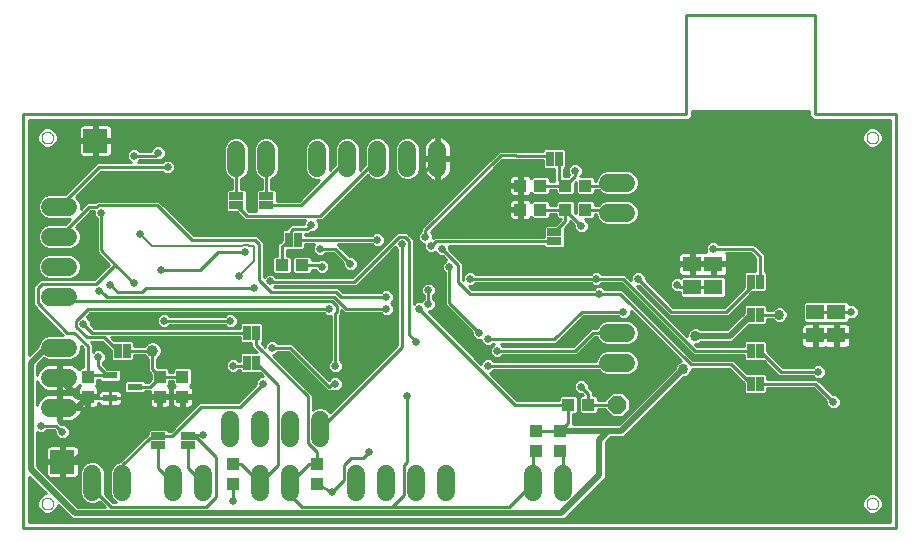
<source format=gbl>
G75*
%MOIN*%
%OFA0B0*%
%FSLAX25Y25*%
%IPPOS*%
%LPD*%
%AMOC8*
5,1,8,0,0,1.08239X$1,22.5*
%
%ADD10C,0.01000*%
%ADD11C,0.00000*%
%ADD12R,0.04921X0.02362*%
%ADD13R,0.02500X0.05000*%
%ADD14R,0.03937X0.04331*%
%ADD15R,0.04331X0.03937*%
%ADD16C,0.03937*%
%ADD17C,0.06000*%
%ADD18R,0.05000X0.02500*%
%ADD19OC8,0.06000*%
%ADD20R,0.07874X0.07874*%
%ADD21R,0.06299X0.05118*%
%ADD22C,0.02578*%
%ADD23C,0.02000*%
%ADD24C,0.00800*%
%ADD25C,0.03365*%
D10*
X0011500Y0010780D02*
X0011500Y0148780D01*
X0232500Y0148780D01*
X0232500Y0181780D01*
X0275500Y0181780D01*
X0275500Y0148780D01*
X0302500Y0148780D01*
X0302500Y0010780D01*
X0011500Y0010780D01*
X0013500Y0012780D02*
X0013500Y0027810D01*
X0019062Y0022248D01*
X0018810Y0022248D01*
X0017535Y0021720D01*
X0016560Y0020745D01*
X0016031Y0019470D01*
X0016031Y0018090D01*
X0016560Y0016815D01*
X0017535Y0015839D01*
X0018810Y0015311D01*
X0020190Y0015311D01*
X0021465Y0015839D01*
X0022440Y0016815D01*
X0022968Y0018090D01*
X0022968Y0018342D01*
X0027830Y0013480D01*
X0191675Y0013480D01*
X0192905Y0014710D01*
X0205600Y0027405D01*
X0205600Y0039256D01*
X0207370Y0041026D01*
X0211716Y0041026D01*
X0212946Y0042256D01*
X0231687Y0060997D01*
X0232054Y0060997D01*
X0233076Y0061421D01*
X0233859Y0062204D01*
X0234283Y0063226D01*
X0234283Y0063580D01*
X0246837Y0063580D01*
X0251550Y0058867D01*
X0251550Y0055824D01*
X0252194Y0055180D01*
X0258806Y0055180D01*
X0259450Y0055824D01*
X0259450Y0057180D01*
X0274837Y0057180D01*
X0279111Y0052906D01*
X0279111Y0051790D01*
X0280510Y0050391D01*
X0282490Y0050391D01*
X0283889Y0051790D01*
X0283889Y0053769D01*
X0282490Y0055169D01*
X0281374Y0055169D01*
X0276163Y0060380D01*
X0259450Y0060380D01*
X0259450Y0061736D01*
X0258806Y0062380D01*
X0252563Y0062380D01*
X0249100Y0065843D01*
X0248163Y0066780D01*
X0234763Y0066780D01*
X0211163Y0090380D01*
X0205279Y0090380D01*
X0204490Y0091169D01*
X0202510Y0091169D01*
X0201721Y0090380D01*
X0161163Y0090380D01*
X0160152Y0091391D01*
X0161490Y0091391D01*
X0162279Y0092180D01*
X0200721Y0092180D01*
X0201510Y0091391D01*
X0203490Y0091391D01*
X0204279Y0092180D01*
X0210575Y0092180D01*
X0234575Y0068180D01*
X0251550Y0068180D01*
X0251550Y0066824D01*
X0252194Y0066180D01*
X0258437Y0066180D01*
X0262500Y0062117D01*
X0263437Y0061180D01*
X0274721Y0061180D01*
X0275510Y0060391D01*
X0277490Y0060391D01*
X0278889Y0061790D01*
X0278889Y0063769D01*
X0277490Y0065169D01*
X0275510Y0065169D01*
X0274721Y0064380D01*
X0264763Y0064380D01*
X0259450Y0069693D01*
X0259450Y0072736D01*
X0258806Y0073380D01*
X0252194Y0073380D01*
X0251550Y0072736D01*
X0251550Y0071380D01*
X0235900Y0071380D01*
X0235283Y0071997D01*
X0236054Y0071997D01*
X0237076Y0072421D01*
X0237335Y0072680D01*
X0247770Y0072680D01*
X0249000Y0073910D01*
X0253270Y0078180D01*
X0258806Y0078180D01*
X0259450Y0078824D01*
X0259450Y0080180D01*
X0261165Y0080180D01*
X0261924Y0079421D01*
X0262946Y0078997D01*
X0264054Y0078997D01*
X0265076Y0079421D01*
X0265859Y0080204D01*
X0266283Y0081226D01*
X0266283Y0082333D01*
X0265859Y0083356D01*
X0265076Y0084139D01*
X0264054Y0084563D01*
X0262946Y0084563D01*
X0261924Y0084139D01*
X0261165Y0083380D01*
X0259450Y0083380D01*
X0259450Y0084736D01*
X0258806Y0085380D01*
X0252194Y0085380D01*
X0251550Y0084736D01*
X0251550Y0082400D01*
X0246030Y0076880D01*
X0237335Y0076880D01*
X0237076Y0077139D01*
X0236054Y0077563D01*
X0234946Y0077563D01*
X0233924Y0077139D01*
X0233141Y0076356D01*
X0232717Y0075333D01*
X0232717Y0074563D01*
X0215889Y0091391D01*
X0216626Y0091391D01*
X0225900Y0082117D01*
X0226837Y0081180D01*
X0246300Y0081180D01*
X0247237Y0082117D01*
X0254300Y0089180D01*
X0258806Y0089180D01*
X0259450Y0089824D01*
X0259450Y0095736D01*
X0258806Y0096380D01*
X0258700Y0096380D01*
X0258700Y0101843D01*
X0255163Y0105380D01*
X0243279Y0105380D01*
X0242490Y0106169D01*
X0240510Y0106169D01*
X0239111Y0104769D01*
X0239111Y0102790D01*
X0239125Y0102776D01*
X0238153Y0102776D01*
X0238000Y0102735D01*
X0237847Y0102776D01*
X0235000Y0102776D01*
X0235000Y0099217D01*
X0234000Y0099217D01*
X0234000Y0102776D01*
X0231153Y0102776D01*
X0230771Y0102674D01*
X0230429Y0102476D01*
X0230150Y0102197D01*
X0229953Y0101855D01*
X0229850Y0101473D01*
X0229850Y0099217D01*
X0234000Y0099217D01*
X0234000Y0098217D01*
X0229850Y0098217D01*
X0229850Y0095960D01*
X0229953Y0095579D01*
X0230150Y0095237D01*
X0230429Y0094958D01*
X0230771Y0094760D01*
X0231153Y0094658D01*
X0234000Y0094658D01*
X0234000Y0098217D01*
X0235000Y0098217D01*
X0235000Y0099217D01*
X0236850Y0099217D01*
X0241000Y0099217D01*
X0241000Y0098217D01*
X0235000Y0098217D01*
X0235000Y0094658D01*
X0237847Y0094658D01*
X0238000Y0094699D01*
X0238153Y0094658D01*
X0241000Y0094658D01*
X0241000Y0098217D01*
X0242000Y0098217D01*
X0242000Y0099217D01*
X0246150Y0099217D01*
X0246150Y0101473D01*
X0246047Y0101855D01*
X0245860Y0102180D01*
X0253837Y0102180D01*
X0255500Y0100517D01*
X0255500Y0096380D01*
X0252194Y0096380D01*
X0251550Y0095736D01*
X0251550Y0090955D01*
X0244975Y0084380D01*
X0228163Y0084380D01*
X0218889Y0093654D01*
X0218889Y0094769D01*
X0217490Y0096169D01*
X0215510Y0096169D01*
X0214111Y0094769D01*
X0214111Y0093169D01*
X0212837Y0094443D01*
X0211900Y0095380D01*
X0204279Y0095380D01*
X0203490Y0096169D01*
X0201510Y0096169D01*
X0200721Y0095380D01*
X0162279Y0095380D01*
X0161490Y0096169D01*
X0159510Y0096169D01*
X0158111Y0094769D01*
X0158111Y0093432D01*
X0158100Y0093443D01*
X0158100Y0099054D01*
X0157163Y0099991D01*
X0153500Y0103654D01*
X0153500Y0104580D01*
X0184900Y0104580D01*
X0184900Y0104474D01*
X0185544Y0103830D01*
X0191456Y0103830D01*
X0192100Y0104474D01*
X0192100Y0110717D01*
X0192816Y0111433D01*
X0193754Y0112371D01*
X0193754Y0112917D01*
X0195111Y0111560D01*
X0195111Y0110444D01*
X0196510Y0109044D01*
X0198490Y0109044D01*
X0199889Y0110444D01*
X0199889Y0112423D01*
X0198601Y0113711D01*
X0201467Y0113711D01*
X0202112Y0114356D01*
X0202112Y0115180D01*
X0202400Y0115180D01*
X0202400Y0114964D01*
X0203024Y0113457D01*
X0204178Y0112304D01*
X0205684Y0111680D01*
X0213316Y0111680D01*
X0214822Y0112304D01*
X0215976Y0113457D01*
X0216600Y0114964D01*
X0216600Y0116595D01*
X0215976Y0118102D01*
X0214822Y0119256D01*
X0213316Y0119880D01*
X0205684Y0119880D01*
X0204178Y0119256D01*
X0203302Y0118380D01*
X0202112Y0118380D01*
X0202112Y0119204D01*
X0201467Y0119848D01*
X0196225Y0119848D01*
X0195581Y0119204D01*
X0195581Y0115615D01*
X0195419Y0115777D01*
X0195419Y0119204D01*
X0194775Y0119848D01*
X0189533Y0119848D01*
X0188888Y0119204D01*
X0188888Y0118380D01*
X0187112Y0118380D01*
X0187112Y0119204D01*
X0186467Y0119848D01*
X0181225Y0119848D01*
X0180712Y0119335D01*
X0180519Y0119669D01*
X0180240Y0119949D01*
X0179898Y0120146D01*
X0179516Y0120248D01*
X0177638Y0120248D01*
X0177638Y0117264D01*
X0176669Y0117264D01*
X0176669Y0116296D01*
X0173488Y0116296D01*
X0173488Y0114614D01*
X0173590Y0114232D01*
X0173788Y0113890D01*
X0174067Y0113611D01*
X0174409Y0113414D01*
X0174791Y0113311D01*
X0176669Y0113311D01*
X0176669Y0116296D01*
X0177638Y0116296D01*
X0177638Y0113311D01*
X0179516Y0113311D01*
X0179898Y0113414D01*
X0180240Y0113611D01*
X0180519Y0113890D01*
X0180712Y0114225D01*
X0181225Y0113711D01*
X0186467Y0113711D01*
X0187112Y0114356D01*
X0187112Y0115180D01*
X0188888Y0115180D01*
X0188888Y0114356D01*
X0189533Y0113711D01*
X0190554Y0113711D01*
X0190554Y0113696D01*
X0188587Y0111730D01*
X0185544Y0111730D01*
X0184900Y0111086D01*
X0184900Y0107780D01*
X0148237Y0107780D01*
X0147889Y0107432D01*
X0147889Y0108769D01*
X0147303Y0109356D01*
X0171195Y0133248D01*
X0175112Y0133248D01*
X0175180Y0133180D01*
X0184550Y0133180D01*
X0184550Y0130824D01*
X0185194Y0130180D01*
X0188500Y0130180D01*
X0188500Y0126380D01*
X0187112Y0126380D01*
X0187112Y0127204D01*
X0186467Y0127848D01*
X0181225Y0127848D01*
X0180712Y0127335D01*
X0180519Y0127669D01*
X0180240Y0127949D01*
X0179898Y0128146D01*
X0179516Y0128248D01*
X0177638Y0128248D01*
X0177638Y0125264D01*
X0176669Y0125264D01*
X0176669Y0124296D01*
X0173488Y0124296D01*
X0173488Y0122614D01*
X0173590Y0122232D01*
X0173788Y0121890D01*
X0174067Y0121611D01*
X0174409Y0121414D01*
X0174791Y0121311D01*
X0176669Y0121311D01*
X0176669Y0124296D01*
X0177638Y0124296D01*
X0177638Y0121311D01*
X0179516Y0121311D01*
X0179898Y0121414D01*
X0180240Y0121611D01*
X0180519Y0121890D01*
X0180712Y0122225D01*
X0181225Y0121711D01*
X0186467Y0121711D01*
X0187112Y0122356D01*
X0187112Y0123180D01*
X0188888Y0123180D01*
X0188888Y0122356D01*
X0189533Y0121711D01*
X0194775Y0121711D01*
X0195419Y0122356D01*
X0195419Y0125782D01*
X0195581Y0125945D01*
X0195581Y0122356D01*
X0196225Y0121711D01*
X0201467Y0121711D01*
X0202112Y0122356D01*
X0202112Y0123180D01*
X0203302Y0123180D01*
X0204178Y0122304D01*
X0205684Y0121680D01*
X0213316Y0121680D01*
X0214822Y0122304D01*
X0215976Y0123457D01*
X0216600Y0124964D01*
X0216600Y0126595D01*
X0215976Y0128102D01*
X0214822Y0129256D01*
X0213316Y0129880D01*
X0205684Y0129880D01*
X0204178Y0129256D01*
X0203024Y0128102D01*
X0202400Y0126595D01*
X0202400Y0126380D01*
X0202112Y0126380D01*
X0202112Y0127204D01*
X0201467Y0127848D01*
X0197100Y0127848D01*
X0197100Y0128001D01*
X0197889Y0128790D01*
X0197889Y0130769D01*
X0196490Y0132169D01*
X0194510Y0132169D01*
X0193111Y0130769D01*
X0193111Y0128790D01*
X0193506Y0128395D01*
X0192959Y0127848D01*
X0191700Y0127848D01*
X0191700Y0130180D01*
X0191806Y0130180D01*
X0192450Y0130824D01*
X0192450Y0136736D01*
X0191806Y0137380D01*
X0185194Y0137380D01*
X0184550Y0136736D01*
X0184550Y0136380D01*
X0176506Y0136380D01*
X0176437Y0136448D01*
X0169870Y0136448D01*
X0144837Y0111416D01*
X0143900Y0110479D01*
X0143900Y0109558D01*
X0143111Y0108769D01*
X0143111Y0106790D01*
X0144510Y0105391D01*
X0145111Y0105391D01*
X0145111Y0103790D01*
X0146510Y0102391D01*
X0148490Y0102391D01*
X0148805Y0102707D01*
X0150121Y0101391D01*
X0151237Y0101391D01*
X0152485Y0100143D01*
X0151111Y0098769D01*
X0151111Y0096790D01*
X0151900Y0096001D01*
X0151900Y0085117D01*
X0161111Y0075906D01*
X0161111Y0074790D01*
X0162510Y0073391D01*
X0163922Y0073391D01*
X0163922Y0072601D01*
X0165321Y0071202D01*
X0167300Y0071202D01*
X0168089Y0071991D01*
X0168332Y0071991D01*
X0167111Y0070769D01*
X0167111Y0068790D01*
X0168510Y0067391D01*
X0170490Y0067391D01*
X0171279Y0068180D01*
X0196163Y0068180D01*
X0202163Y0074180D01*
X0202725Y0074180D01*
X0203024Y0073457D01*
X0204178Y0072304D01*
X0205684Y0071680D01*
X0213316Y0071680D01*
X0214822Y0072304D01*
X0215976Y0073457D01*
X0216600Y0074964D01*
X0216600Y0076595D01*
X0215976Y0078102D01*
X0214822Y0079256D01*
X0213316Y0079880D01*
X0205684Y0079880D01*
X0204178Y0079256D01*
X0203024Y0078102D01*
X0202725Y0077380D01*
X0200837Y0077380D01*
X0194837Y0071380D01*
X0171279Y0071380D01*
X0170668Y0071991D01*
X0189163Y0071991D01*
X0198352Y0081180D01*
X0209721Y0081180D01*
X0210510Y0080391D01*
X0212490Y0080391D01*
X0213889Y0081790D01*
X0213889Y0083128D01*
X0230599Y0066418D01*
X0229924Y0066139D01*
X0229141Y0065356D01*
X0228717Y0064333D01*
X0228717Y0063967D01*
X0209977Y0045226D01*
X0194754Y0045226D01*
X0194754Y0048711D01*
X0195775Y0048711D01*
X0196419Y0049356D01*
X0196419Y0054204D01*
X0195775Y0054848D01*
X0190533Y0054848D01*
X0189888Y0054204D01*
X0189888Y0053380D01*
X0176163Y0053380D01*
X0167152Y0062391D01*
X0167490Y0062391D01*
X0168279Y0063180D01*
X0203302Y0063180D01*
X0204178Y0062304D01*
X0205684Y0061680D01*
X0213316Y0061680D01*
X0214822Y0062304D01*
X0215976Y0063457D01*
X0216600Y0064964D01*
X0216600Y0066595D01*
X0215976Y0068102D01*
X0214822Y0069256D01*
X0213316Y0069880D01*
X0205684Y0069880D01*
X0204178Y0069256D01*
X0203024Y0068102D01*
X0202400Y0066595D01*
X0202400Y0066380D01*
X0168279Y0066380D01*
X0167490Y0067169D01*
X0165510Y0067169D01*
X0164111Y0065769D01*
X0164111Y0065432D01*
X0146651Y0082892D01*
X0147490Y0082892D01*
X0148889Y0084291D01*
X0148889Y0086270D01*
X0148100Y0087059D01*
X0148100Y0088280D01*
X0148889Y0089069D01*
X0148889Y0091048D01*
X0147490Y0092448D01*
X0145510Y0092448D01*
X0144111Y0091048D01*
X0144111Y0089069D01*
X0144900Y0088280D01*
X0144900Y0087059D01*
X0144111Y0086270D01*
X0144111Y0086169D01*
X0142510Y0086169D01*
X0141547Y0085205D01*
X0141547Y0106996D01*
X0140147Y0108395D01*
X0139210Y0109332D01*
X0135906Y0109332D01*
X0134968Y0108395D01*
X0120953Y0094380D01*
X0095657Y0094380D01*
X0094679Y0095358D01*
X0092700Y0095358D01*
X0091600Y0094258D01*
X0091600Y0106064D01*
X0090663Y0107001D01*
X0090663Y0107001D01*
X0090432Y0107232D01*
X0089495Y0108169D01*
X0068374Y0108169D01*
X0056774Y0119769D01*
X0035848Y0119769D01*
X0035459Y0119380D01*
X0032837Y0119380D01*
X0030600Y0117143D01*
X0030600Y0118595D01*
X0029976Y0120102D01*
X0029030Y0121048D01*
X0037275Y0129292D01*
X0057834Y0129292D01*
X0058623Y0128503D01*
X0060602Y0128503D01*
X0062001Y0129903D01*
X0062001Y0131882D01*
X0060602Y0133281D01*
X0058623Y0133281D01*
X0057834Y0132492D01*
X0049591Y0132492D01*
X0050279Y0133180D01*
X0056163Y0133180D01*
X0056374Y0133391D01*
X0057490Y0133391D01*
X0058889Y0134790D01*
X0058889Y0136769D01*
X0057490Y0138169D01*
X0055510Y0138169D01*
X0054111Y0136769D01*
X0054111Y0136380D01*
X0050279Y0136380D01*
X0049490Y0137169D01*
X0047510Y0137169D01*
X0046111Y0135769D01*
X0046111Y0133790D01*
X0047409Y0132492D01*
X0035950Y0132492D01*
X0025337Y0121880D01*
X0019684Y0121880D01*
X0018178Y0121256D01*
X0017024Y0120102D01*
X0016400Y0118595D01*
X0016400Y0116964D01*
X0017024Y0115457D01*
X0018178Y0114304D01*
X0019684Y0113680D01*
X0027137Y0113680D01*
X0025337Y0111880D01*
X0019684Y0111880D01*
X0018178Y0111256D01*
X0017024Y0110102D01*
X0016400Y0108595D01*
X0016400Y0106964D01*
X0017024Y0105457D01*
X0018178Y0104304D01*
X0019684Y0103680D01*
X0027316Y0103680D01*
X0028822Y0104304D01*
X0029976Y0105457D01*
X0030600Y0106964D01*
X0030600Y0108595D01*
X0029976Y0110102D01*
X0029030Y0111048D01*
X0034163Y0116180D01*
X0035111Y0116180D01*
X0035111Y0114790D01*
X0035900Y0114001D01*
X0035900Y0102506D01*
X0039932Y0098474D01*
X0034937Y0093480D01*
X0016937Y0093480D01*
X0016000Y0092543D01*
X0014800Y0091343D01*
X0014800Y0084815D01*
X0024498Y0075117D01*
X0024736Y0074880D01*
X0019684Y0074880D01*
X0018178Y0074256D01*
X0017024Y0073102D01*
X0016400Y0071595D01*
X0016400Y0071150D01*
X0013500Y0068250D01*
X0013500Y0146780D01*
X0233328Y0146780D01*
X0234500Y0147951D01*
X0234500Y0149780D01*
X0273500Y0149780D01*
X0273500Y0147951D01*
X0274672Y0146780D01*
X0300500Y0146780D01*
X0300500Y0012780D01*
X0013500Y0012780D01*
X0013500Y0012866D02*
X0300500Y0012866D01*
X0300500Y0013865D02*
X0192060Y0013865D01*
X0193059Y0014863D02*
X0300500Y0014863D01*
X0300500Y0015862D02*
X0296487Y0015862D01*
X0296465Y0015839D02*
X0297440Y0016815D01*
X0297968Y0018090D01*
X0297968Y0019470D01*
X0297440Y0020745D01*
X0296465Y0021720D01*
X0295190Y0022248D01*
X0293810Y0022248D01*
X0292535Y0021720D01*
X0291560Y0020745D01*
X0291031Y0019470D01*
X0291031Y0018090D01*
X0291560Y0016815D01*
X0292535Y0015839D01*
X0293810Y0015311D01*
X0295190Y0015311D01*
X0296465Y0015839D01*
X0297459Y0016860D02*
X0300500Y0016860D01*
X0300500Y0017859D02*
X0297873Y0017859D01*
X0297968Y0018857D02*
X0300500Y0018857D01*
X0300500Y0019856D02*
X0297809Y0019856D01*
X0297331Y0020854D02*
X0300500Y0020854D01*
X0300500Y0021853D02*
X0296145Y0021853D01*
X0292855Y0021853D02*
X0200048Y0021853D01*
X0199050Y0020854D02*
X0291669Y0020854D01*
X0291191Y0019856D02*
X0198051Y0019856D01*
X0197053Y0018857D02*
X0291031Y0018857D01*
X0291127Y0017859D02*
X0196054Y0017859D01*
X0195056Y0016860D02*
X0291541Y0016860D01*
X0292513Y0015862D02*
X0194057Y0015862D01*
X0201047Y0022851D02*
X0300500Y0022851D01*
X0300500Y0023850D02*
X0202045Y0023850D01*
X0203044Y0024848D02*
X0300500Y0024848D01*
X0300500Y0025847D02*
X0204042Y0025847D01*
X0205041Y0026845D02*
X0300500Y0026845D01*
X0300500Y0027844D02*
X0205600Y0027844D01*
X0205600Y0028842D02*
X0300500Y0028842D01*
X0300500Y0029841D02*
X0205600Y0029841D01*
X0205600Y0030839D02*
X0300500Y0030839D01*
X0300500Y0031838D02*
X0205600Y0031838D01*
X0205600Y0032836D02*
X0300500Y0032836D01*
X0300500Y0033835D02*
X0205600Y0033835D01*
X0205600Y0034833D02*
X0300500Y0034833D01*
X0300500Y0035832D02*
X0205600Y0035832D01*
X0205600Y0036830D02*
X0300500Y0036830D01*
X0300500Y0037829D02*
X0205600Y0037829D01*
X0205600Y0038828D02*
X0300500Y0038828D01*
X0300500Y0039826D02*
X0206170Y0039826D01*
X0207168Y0040825D02*
X0300500Y0040825D01*
X0300500Y0041823D02*
X0212513Y0041823D01*
X0213512Y0042822D02*
X0300500Y0042822D01*
X0300500Y0043820D02*
X0214510Y0043820D01*
X0215509Y0044819D02*
X0300500Y0044819D01*
X0300500Y0045817D02*
X0216507Y0045817D01*
X0217506Y0046816D02*
X0300500Y0046816D01*
X0300500Y0047814D02*
X0218504Y0047814D01*
X0219503Y0048813D02*
X0300500Y0048813D01*
X0300500Y0049811D02*
X0220501Y0049811D01*
X0221500Y0050810D02*
X0280092Y0050810D01*
X0279111Y0051808D02*
X0222498Y0051808D01*
X0223497Y0052807D02*
X0279111Y0052807D01*
X0278212Y0053805D02*
X0224495Y0053805D01*
X0225494Y0054804D02*
X0277213Y0054804D01*
X0276215Y0055802D02*
X0259428Y0055802D01*
X0259450Y0056801D02*
X0275216Y0056801D01*
X0278743Y0057799D02*
X0300500Y0057799D01*
X0300500Y0056801D02*
X0279742Y0056801D01*
X0280740Y0055802D02*
X0300500Y0055802D01*
X0300500Y0054804D02*
X0282855Y0054804D01*
X0283853Y0053805D02*
X0300500Y0053805D01*
X0300500Y0052807D02*
X0283889Y0052807D01*
X0283889Y0051808D02*
X0300500Y0051808D01*
X0300500Y0050810D02*
X0282908Y0050810D01*
X0281500Y0052780D02*
X0275500Y0058780D01*
X0257100Y0058780D01*
X0259450Y0060795D02*
X0275107Y0060795D01*
X0276746Y0059796D02*
X0300500Y0059796D01*
X0300500Y0058798D02*
X0277745Y0058798D01*
X0277893Y0060795D02*
X0300500Y0060795D01*
X0300500Y0061793D02*
X0278889Y0061793D01*
X0278889Y0062792D02*
X0300500Y0062792D01*
X0300500Y0063790D02*
X0278868Y0063790D01*
X0277870Y0064789D02*
X0300500Y0064789D01*
X0300500Y0065787D02*
X0263355Y0065787D01*
X0264354Y0064789D02*
X0275130Y0064789D01*
X0276500Y0062780D02*
X0264100Y0062780D01*
X0257100Y0069780D01*
X0259450Y0069781D02*
X0300500Y0069781D01*
X0300500Y0068783D02*
X0260360Y0068783D01*
X0261358Y0067784D02*
X0300500Y0067784D01*
X0300500Y0066786D02*
X0262357Y0066786D01*
X0259828Y0064789D02*
X0250154Y0064789D01*
X0251152Y0063790D02*
X0260827Y0063790D01*
X0261825Y0062792D02*
X0252151Y0062792D01*
X0249622Y0060795D02*
X0231485Y0060795D01*
X0230486Y0059796D02*
X0250621Y0059796D01*
X0251550Y0058798D02*
X0229488Y0058798D01*
X0228489Y0057799D02*
X0251550Y0057799D01*
X0251550Y0056801D02*
X0227491Y0056801D01*
X0226492Y0055802D02*
X0251572Y0055802D01*
X0253900Y0058780D02*
X0247500Y0065180D01*
X0234100Y0065180D01*
X0210500Y0088780D01*
X0203500Y0088780D01*
X0160500Y0088780D01*
X0156500Y0092780D01*
X0156500Y0098391D01*
X0151111Y0103780D01*
X0153500Y0103731D02*
X0239111Y0103731D01*
X0239111Y0104729D02*
X0192100Y0104729D01*
X0192100Y0105728D02*
X0240069Y0105728D01*
X0241500Y0103780D02*
X0254500Y0103780D01*
X0257100Y0101180D01*
X0257100Y0092780D01*
X0259450Y0092747D02*
X0300500Y0092747D01*
X0300500Y0091749D02*
X0259450Y0091749D01*
X0259450Y0090750D02*
X0300500Y0090750D01*
X0300500Y0089752D02*
X0259377Y0089752D01*
X0259426Y0084759D02*
X0271250Y0084759D01*
X0271250Y0085732D02*
X0271250Y0079702D01*
X0271895Y0079058D01*
X0279105Y0079058D01*
X0286105Y0079058D01*
X0286750Y0079702D01*
X0286750Y0080391D01*
X0288490Y0080391D01*
X0289889Y0081790D01*
X0289889Y0083769D01*
X0288490Y0085169D01*
X0286750Y0085169D01*
X0286750Y0085732D01*
X0286105Y0086376D01*
X0271895Y0086376D01*
X0271250Y0085732D01*
X0271276Y0085758D02*
X0250878Y0085758D01*
X0251574Y0084759D02*
X0249879Y0084759D01*
X0248881Y0083761D02*
X0251550Y0083761D01*
X0251550Y0082762D02*
X0247882Y0082762D01*
X0246884Y0081764D02*
X0250914Y0081764D01*
X0249915Y0080765D02*
X0226515Y0080765D01*
X0226254Y0081764D02*
X0225516Y0081764D01*
X0225255Y0082762D02*
X0224518Y0082762D01*
X0224257Y0083761D02*
X0223519Y0083761D01*
X0223258Y0084759D02*
X0222521Y0084759D01*
X0222260Y0085758D02*
X0221522Y0085758D01*
X0221261Y0086756D02*
X0220524Y0086756D01*
X0220263Y0087755D02*
X0219525Y0087755D01*
X0219264Y0088753D02*
X0218527Y0088753D01*
X0218266Y0089752D02*
X0217528Y0089752D01*
X0217267Y0090750D02*
X0216530Y0090750D01*
X0214001Y0088753D02*
X0212790Y0088753D01*
X0213003Y0089752D02*
X0211791Y0089752D01*
X0212004Y0090750D02*
X0204908Y0090750D01*
X0203847Y0091749D02*
X0211006Y0091749D01*
X0211237Y0093780D02*
X0202500Y0093780D01*
X0160500Y0093780D01*
X0158111Y0093746D02*
X0158100Y0093746D01*
X0158100Y0094744D02*
X0158111Y0094744D01*
X0158100Y0095743D02*
X0159084Y0095743D01*
X0158100Y0096741D02*
X0229850Y0096741D01*
X0229850Y0097740D02*
X0158100Y0097740D01*
X0158100Y0098738D02*
X0234000Y0098738D01*
X0234500Y0098717D02*
X0230437Y0098717D01*
X0229500Y0097780D01*
X0229850Y0099737D02*
X0157417Y0099737D01*
X0156418Y0100735D02*
X0229850Y0100735D01*
X0229920Y0101734D02*
X0155420Y0101734D01*
X0154421Y0102732D02*
X0230990Y0102732D01*
X0234000Y0102732D02*
X0235000Y0102732D01*
X0235000Y0101734D02*
X0234000Y0101734D01*
X0234000Y0100735D02*
X0235000Y0100735D01*
X0235000Y0099737D02*
X0234000Y0099737D01*
X0234500Y0098717D02*
X0241500Y0098717D01*
X0242000Y0098738D02*
X0255500Y0098738D01*
X0255500Y0097740D02*
X0246150Y0097740D01*
X0246150Y0098217D02*
X0242000Y0098217D01*
X0242000Y0094658D01*
X0244847Y0094658D01*
X0245229Y0094760D01*
X0245571Y0094958D01*
X0245850Y0095237D01*
X0246047Y0095579D01*
X0246150Y0095960D01*
X0246150Y0098217D01*
X0246150Y0096741D02*
X0255500Y0096741D01*
X0258700Y0096741D02*
X0300500Y0096741D01*
X0300500Y0095743D02*
X0259443Y0095743D01*
X0259450Y0094744D02*
X0300500Y0094744D01*
X0300500Y0093746D02*
X0259450Y0093746D01*
X0258700Y0097740D02*
X0300500Y0097740D01*
X0300500Y0098738D02*
X0258700Y0098738D01*
X0258700Y0099737D02*
X0300500Y0099737D01*
X0300500Y0100735D02*
X0258700Y0100735D01*
X0258700Y0101734D02*
X0300500Y0101734D01*
X0300500Y0102732D02*
X0257810Y0102732D01*
X0256812Y0103731D02*
X0300500Y0103731D01*
X0300500Y0104729D02*
X0255813Y0104729D01*
X0254283Y0101734D02*
X0246080Y0101734D01*
X0246150Y0100735D02*
X0255282Y0100735D01*
X0255500Y0099737D02*
X0246150Y0099737D01*
X0246091Y0095743D02*
X0251557Y0095743D01*
X0251550Y0094744D02*
X0245169Y0094744D01*
X0245105Y0094502D02*
X0245750Y0093858D01*
X0245750Y0087828D01*
X0245105Y0087184D01*
X0230895Y0087184D01*
X0230250Y0087828D01*
X0230250Y0089243D01*
X0229774Y0089243D01*
X0229626Y0089391D01*
X0228510Y0089391D01*
X0227111Y0090790D01*
X0227111Y0092769D01*
X0228510Y0094169D01*
X0230490Y0094169D01*
X0230526Y0094133D01*
X0230895Y0094502D01*
X0245105Y0094502D01*
X0245750Y0093746D02*
X0251550Y0093746D01*
X0251550Y0092747D02*
X0245750Y0092747D01*
X0245750Y0091749D02*
X0251550Y0091749D01*
X0251345Y0090750D02*
X0245750Y0090750D01*
X0245750Y0089752D02*
X0250346Y0089752D01*
X0249348Y0088753D02*
X0245750Y0088753D01*
X0245676Y0087755D02*
X0248349Y0087755D01*
X0247351Y0086756D02*
X0225787Y0086756D01*
X0226785Y0085758D02*
X0246352Y0085758D01*
X0245354Y0084759D02*
X0227784Y0084759D01*
X0227500Y0082780D02*
X0228500Y0082780D01*
X0245637Y0082780D01*
X0253900Y0091043D01*
X0253900Y0092780D01*
X0253873Y0088753D02*
X0300500Y0088753D01*
X0300500Y0087755D02*
X0252875Y0087755D01*
X0251876Y0086756D02*
X0300500Y0086756D01*
X0300500Y0085758D02*
X0286724Y0085758D01*
X0288899Y0084759D02*
X0300500Y0084759D01*
X0300500Y0083761D02*
X0289889Y0083761D01*
X0289889Y0082762D02*
X0300500Y0082762D01*
X0300500Y0081764D02*
X0289862Y0081764D01*
X0288864Y0080765D02*
X0300500Y0080765D01*
X0300500Y0079766D02*
X0286750Y0079766D01*
X0286229Y0078800D02*
X0285847Y0078902D01*
X0283000Y0078902D01*
X0283000Y0075343D01*
X0282000Y0075343D01*
X0282000Y0078902D01*
X0279153Y0078902D01*
X0279000Y0078861D01*
X0278847Y0078902D01*
X0276000Y0078902D01*
X0276000Y0075343D01*
X0275000Y0075343D01*
X0275000Y0078902D01*
X0272153Y0078902D01*
X0271771Y0078800D01*
X0271429Y0078602D01*
X0271150Y0078323D01*
X0270953Y0077981D01*
X0270850Y0077599D01*
X0270850Y0075343D01*
X0275000Y0075343D01*
X0275000Y0074343D01*
X0270850Y0074343D01*
X0270850Y0072086D01*
X0270953Y0071705D01*
X0271150Y0071363D01*
X0271429Y0071084D01*
X0271771Y0070886D01*
X0272153Y0070784D01*
X0275000Y0070784D01*
X0275000Y0074343D01*
X0276000Y0074343D01*
X0276000Y0075343D01*
X0280150Y0075343D01*
X0282000Y0075343D01*
X0282000Y0074343D01*
X0276000Y0074343D01*
X0276000Y0070784D01*
X0278847Y0070784D01*
X0279000Y0070825D01*
X0279153Y0070784D01*
X0282000Y0070784D01*
X0282000Y0074343D01*
X0283000Y0074343D01*
X0283000Y0075343D01*
X0287150Y0075343D01*
X0287150Y0077599D01*
X0287047Y0077981D01*
X0286850Y0078323D01*
X0286571Y0078602D01*
X0286229Y0078800D01*
X0286284Y0078768D02*
X0300500Y0078768D01*
X0300500Y0077769D02*
X0287104Y0077769D01*
X0287150Y0076771D02*
X0300500Y0076771D01*
X0300500Y0075772D02*
X0287150Y0075772D01*
X0287150Y0074343D02*
X0283000Y0074343D01*
X0283000Y0070784D01*
X0285847Y0070784D01*
X0286229Y0070886D01*
X0286571Y0071084D01*
X0286850Y0071363D01*
X0287047Y0071705D01*
X0287150Y0072086D01*
X0287150Y0074343D01*
X0287150Y0073775D02*
X0300500Y0073775D01*
X0300500Y0072777D02*
X0287150Y0072777D01*
X0287067Y0071778D02*
X0300500Y0071778D01*
X0300500Y0070780D02*
X0259450Y0070780D01*
X0259450Y0071778D02*
X0270933Y0071778D01*
X0270850Y0072777D02*
X0259409Y0072777D01*
X0253900Y0069780D02*
X0235237Y0069780D01*
X0211237Y0093780D01*
X0212536Y0094744D02*
X0214111Y0094744D01*
X0214111Y0093746D02*
X0213534Y0093746D01*
X0215084Y0095743D02*
X0203916Y0095743D01*
X0201084Y0095743D02*
X0161916Y0095743D01*
X0161847Y0091749D02*
X0201153Y0091749D01*
X0202092Y0090750D02*
X0160792Y0090750D01*
X0153500Y0085780D02*
X0163500Y0075780D01*
X0161111Y0075772D02*
X0153770Y0075772D01*
X0154769Y0074774D02*
X0161127Y0074774D01*
X0162126Y0073775D02*
X0155767Y0073775D01*
X0156766Y0072777D02*
X0163922Y0072777D01*
X0164744Y0071778D02*
X0157764Y0071778D01*
X0158763Y0070780D02*
X0167121Y0070780D01*
X0167111Y0069781D02*
X0159761Y0069781D01*
X0160760Y0068783D02*
X0167118Y0068783D01*
X0168117Y0067784D02*
X0161758Y0067784D01*
X0162757Y0066786D02*
X0165127Y0066786D01*
X0164129Y0065787D02*
X0163755Y0065787D01*
X0166500Y0064780D02*
X0208500Y0064780D01*
X0209500Y0065780D01*
X0213589Y0061793D02*
X0226544Y0061793D01*
X0227542Y0062792D02*
X0215310Y0062792D01*
X0216114Y0063790D02*
X0228541Y0063790D01*
X0228906Y0064789D02*
X0216527Y0064789D01*
X0216600Y0065787D02*
X0229572Y0065787D01*
X0230231Y0066786D02*
X0216521Y0066786D01*
X0216108Y0067784D02*
X0229233Y0067784D01*
X0228234Y0068783D02*
X0215295Y0068783D01*
X0213553Y0069781D02*
X0227236Y0069781D01*
X0226237Y0070780D02*
X0198763Y0070780D01*
X0199761Y0071778D02*
X0205447Y0071778D01*
X0205447Y0069781D02*
X0197764Y0069781D01*
X0196766Y0068783D02*
X0203705Y0068783D01*
X0202892Y0067784D02*
X0170883Y0067784D01*
X0167873Y0066786D02*
X0202479Y0066786D01*
X0203690Y0062792D02*
X0167890Y0062792D01*
X0167749Y0061793D02*
X0205411Y0061793D01*
X0199889Y0058769D02*
X0199889Y0057654D01*
X0201446Y0056096D01*
X0201446Y0054848D01*
X0202467Y0054848D01*
X0203112Y0054204D01*
X0203112Y0053380D01*
X0205400Y0053380D01*
X0205400Y0053478D01*
X0207802Y0055880D01*
X0211198Y0055880D01*
X0213600Y0053478D01*
X0213600Y0050082D01*
X0211198Y0047680D01*
X0207802Y0047680D01*
X0205400Y0050082D01*
X0205400Y0050180D01*
X0203112Y0050180D01*
X0203112Y0049356D01*
X0202467Y0048711D01*
X0197225Y0048711D01*
X0196581Y0049356D01*
X0196581Y0054204D01*
X0197225Y0054848D01*
X0198169Y0054848D01*
X0197626Y0055391D01*
X0196510Y0055391D01*
X0195111Y0056790D01*
X0195111Y0058769D01*
X0196510Y0060169D01*
X0198490Y0060169D01*
X0199889Y0058769D01*
X0199861Y0058798D02*
X0223548Y0058798D01*
X0224547Y0059796D02*
X0198862Y0059796D01*
X0199889Y0057799D02*
X0222550Y0057799D01*
X0221551Y0056801D02*
X0200742Y0056801D01*
X0201446Y0055802D02*
X0207724Y0055802D01*
X0206726Y0054804D02*
X0202512Y0054804D01*
X0203112Y0053805D02*
X0205727Y0053805D01*
X0209500Y0051780D02*
X0199846Y0051780D01*
X0199846Y0055433D01*
X0197500Y0057780D01*
X0195111Y0057799D02*
X0171743Y0057799D01*
X0170745Y0058798D02*
X0195139Y0058798D01*
X0196138Y0059796D02*
X0169746Y0059796D01*
X0168748Y0060795D02*
X0225545Y0060795D01*
X0220552Y0055802D02*
X0211276Y0055802D01*
X0212274Y0054804D02*
X0219554Y0054804D01*
X0218555Y0053805D02*
X0213273Y0053805D01*
X0213600Y0052807D02*
X0217557Y0052807D01*
X0216558Y0051808D02*
X0213600Y0051808D01*
X0213600Y0050810D02*
X0215560Y0050810D01*
X0214561Y0049811D02*
X0213330Y0049811D01*
X0213563Y0048813D02*
X0212331Y0048813D01*
X0212564Y0047814D02*
X0211333Y0047814D01*
X0211566Y0046816D02*
X0194754Y0046816D01*
X0194754Y0047814D02*
X0207667Y0047814D01*
X0206669Y0048813D02*
X0202569Y0048813D01*
X0203112Y0049811D02*
X0205670Y0049811D01*
X0210567Y0045817D02*
X0194754Y0045817D01*
X0193154Y0045780D02*
X0193154Y0051780D01*
X0175500Y0051780D01*
X0143500Y0083780D01*
X0142099Y0085758D02*
X0141547Y0085758D01*
X0141547Y0086756D02*
X0144597Y0086756D01*
X0144900Y0087755D02*
X0141547Y0087755D01*
X0141547Y0088753D02*
X0144427Y0088753D01*
X0144111Y0089752D02*
X0141547Y0089752D01*
X0141547Y0090750D02*
X0144111Y0090750D01*
X0144811Y0091749D02*
X0141547Y0091749D01*
X0141547Y0092747D02*
X0151900Y0092747D01*
X0151900Y0091749D02*
X0148189Y0091749D01*
X0148889Y0090750D02*
X0151900Y0090750D01*
X0151900Y0089752D02*
X0148889Y0089752D01*
X0148573Y0088753D02*
X0151900Y0088753D01*
X0151900Y0087755D02*
X0148100Y0087755D01*
X0148403Y0086756D02*
X0151900Y0086756D01*
X0151900Y0085758D02*
X0148889Y0085758D01*
X0148889Y0084759D02*
X0152258Y0084759D01*
X0153257Y0083761D02*
X0148358Y0083761D01*
X0146781Y0082762D02*
X0154255Y0082762D01*
X0155254Y0081764D02*
X0147779Y0081764D01*
X0148778Y0080765D02*
X0156252Y0080765D01*
X0157251Y0079766D02*
X0149776Y0079766D01*
X0150775Y0078768D02*
X0158249Y0078768D01*
X0159248Y0077769D02*
X0151773Y0077769D01*
X0152772Y0076771D02*
X0160246Y0076771D01*
X0166311Y0073591D02*
X0188500Y0073591D01*
X0197689Y0082780D01*
X0211500Y0082780D01*
X0213889Y0082762D02*
X0214255Y0082762D01*
X0213862Y0081764D02*
X0215254Y0081764D01*
X0216252Y0080765D02*
X0212864Y0080765D01*
X0213589Y0079766D02*
X0217251Y0079766D01*
X0218249Y0078768D02*
X0215310Y0078768D01*
X0216114Y0077769D02*
X0219248Y0077769D01*
X0220246Y0076771D02*
X0216527Y0076771D01*
X0216600Y0075772D02*
X0221245Y0075772D01*
X0222243Y0074774D02*
X0216521Y0074774D01*
X0216108Y0073775D02*
X0223242Y0073775D01*
X0224240Y0072777D02*
X0215295Y0072777D01*
X0213553Y0071778D02*
X0225239Y0071778D01*
X0227767Y0073775D02*
X0228979Y0073775D01*
X0228766Y0072777D02*
X0229977Y0072777D01*
X0229764Y0071778D02*
X0230976Y0071778D01*
X0230763Y0070780D02*
X0231975Y0070780D01*
X0231761Y0069781D02*
X0232973Y0069781D01*
X0232760Y0068783D02*
X0233972Y0068783D01*
X0233758Y0067784D02*
X0251550Y0067784D01*
X0251588Y0066786D02*
X0234757Y0066786D01*
X0234103Y0062792D02*
X0247625Y0062792D01*
X0248624Y0061793D02*
X0233449Y0061793D01*
X0249155Y0065787D02*
X0258830Y0065787D01*
X0259392Y0061793D02*
X0262824Y0061793D01*
X0262500Y0062117D02*
X0262500Y0062117D01*
X0266500Y0071780D02*
X0269563Y0074843D01*
X0275500Y0074843D01*
X0282500Y0074843D01*
X0283000Y0074774D02*
X0300500Y0074774D01*
X0287500Y0082780D02*
X0282563Y0082780D01*
X0282500Y0082717D01*
X0275500Y0082717D01*
X0271250Y0082762D02*
X0266105Y0082762D01*
X0266283Y0081764D02*
X0271250Y0081764D01*
X0271250Y0080765D02*
X0266092Y0080765D01*
X0265422Y0079766D02*
X0271250Y0079766D01*
X0271716Y0078768D02*
X0259394Y0078768D01*
X0259450Y0079766D02*
X0261578Y0079766D01*
X0263500Y0081780D02*
X0257100Y0081780D01*
X0259450Y0083761D02*
X0261545Y0083761D01*
X0265455Y0083761D02*
X0271250Y0083761D01*
X0270896Y0077769D02*
X0252859Y0077769D01*
X0251861Y0076771D02*
X0270850Y0076771D01*
X0270850Y0075772D02*
X0250862Y0075772D01*
X0249864Y0074774D02*
X0275000Y0074774D01*
X0275000Y0075772D02*
X0276000Y0075772D01*
X0276000Y0074774D02*
X0282000Y0074774D01*
X0282000Y0075772D02*
X0283000Y0075772D01*
X0283000Y0076771D02*
X0282000Y0076771D01*
X0282000Y0077769D02*
X0283000Y0077769D01*
X0283000Y0078768D02*
X0282000Y0078768D01*
X0282000Y0073775D02*
X0283000Y0073775D01*
X0283000Y0072777D02*
X0282000Y0072777D01*
X0282000Y0071778D02*
X0283000Y0071778D01*
X0276000Y0071778D02*
X0275000Y0071778D01*
X0275000Y0072777D02*
X0276000Y0072777D01*
X0276000Y0073775D02*
X0275000Y0073775D01*
X0275000Y0076771D02*
X0276000Y0076771D01*
X0276000Y0077769D02*
X0275000Y0077769D01*
X0275000Y0078768D02*
X0276000Y0078768D01*
X0270850Y0073775D02*
X0248865Y0073775D01*
X0247867Y0072777D02*
X0251591Y0072777D01*
X0251550Y0071778D02*
X0235501Y0071778D01*
X0232717Y0074774D02*
X0232506Y0074774D01*
X0232899Y0075772D02*
X0231507Y0075772D01*
X0230509Y0076771D02*
X0233556Y0076771D01*
X0229510Y0077769D02*
X0246920Y0077769D01*
X0247918Y0078768D02*
X0228512Y0078768D01*
X0227513Y0079766D02*
X0248917Y0079766D01*
X0266500Y0071780D02*
X0266500Y0092780D01*
X0261500Y0097780D01*
X0261500Y0105780D01*
X0265500Y0109780D01*
X0242931Y0105728D02*
X0300500Y0105728D01*
X0300500Y0106726D02*
X0192100Y0106726D01*
X0192100Y0107725D02*
X0300500Y0107725D01*
X0300500Y0108723D02*
X0192100Y0108723D01*
X0192100Y0109722D02*
X0195833Y0109722D01*
X0195111Y0110720D02*
X0192103Y0110720D01*
X0193102Y0111719D02*
X0194952Y0111719D01*
X0193953Y0112717D02*
X0193754Y0112717D01*
X0192154Y0113033D02*
X0192154Y0116780D01*
X0197500Y0111433D01*
X0199167Y0109722D02*
X0300500Y0109722D01*
X0300500Y0110720D02*
X0199889Y0110720D01*
X0199889Y0111719D02*
X0205590Y0111719D01*
X0203764Y0112717D02*
X0199595Y0112717D01*
X0201472Y0113716D02*
X0202917Y0113716D01*
X0202504Y0114714D02*
X0202112Y0114714D01*
X0198846Y0116780D02*
X0208500Y0116780D01*
X0209500Y0115780D01*
X0205267Y0119707D02*
X0201609Y0119707D01*
X0202112Y0118708D02*
X0203630Y0118708D01*
X0205626Y0121704D02*
X0180333Y0121704D01*
X0180482Y0119707D02*
X0181084Y0119707D01*
X0177638Y0119707D02*
X0176669Y0119707D01*
X0176669Y0120248D02*
X0174791Y0120248D01*
X0174409Y0120146D01*
X0174067Y0119949D01*
X0173788Y0119669D01*
X0173590Y0119327D01*
X0173488Y0118946D01*
X0173488Y0117264D01*
X0176669Y0117264D01*
X0176669Y0120248D01*
X0176669Y0121704D02*
X0177638Y0121704D01*
X0177638Y0122702D02*
X0176669Y0122702D01*
X0176669Y0123701D02*
X0177638Y0123701D01*
X0177154Y0124780D02*
X0177154Y0116780D01*
X0177154Y0111126D01*
X0177500Y0110780D01*
X0177638Y0113716D02*
X0176669Y0113716D01*
X0176669Y0114714D02*
X0177638Y0114714D01*
X0177638Y0115713D02*
X0176669Y0115713D01*
X0176669Y0116711D02*
X0154658Y0116711D01*
X0153660Y0115713D02*
X0173488Y0115713D01*
X0173488Y0114714D02*
X0152661Y0114714D01*
X0151663Y0113716D02*
X0173962Y0113716D01*
X0173488Y0117710D02*
X0155657Y0117710D01*
X0156655Y0118708D02*
X0173488Y0118708D01*
X0173825Y0119707D02*
X0157654Y0119707D01*
X0158652Y0120705D02*
X0300500Y0120705D01*
X0300500Y0119707D02*
X0213733Y0119707D01*
X0215370Y0118708D02*
X0300500Y0118708D01*
X0300500Y0117710D02*
X0216138Y0117710D01*
X0216552Y0116711D02*
X0300500Y0116711D01*
X0300500Y0115713D02*
X0216600Y0115713D01*
X0216496Y0114714D02*
X0300500Y0114714D01*
X0300500Y0113716D02*
X0216083Y0113716D01*
X0215236Y0112717D02*
X0300500Y0112717D01*
X0300500Y0111719D02*
X0213410Y0111719D01*
X0196084Y0119707D02*
X0194916Y0119707D01*
X0195419Y0118708D02*
X0195581Y0118708D01*
X0195581Y0117710D02*
X0195419Y0117710D01*
X0195419Y0116711D02*
X0195581Y0116711D01*
X0195581Y0115713D02*
X0195483Y0115713D01*
X0192154Y0116780D02*
X0183846Y0116780D01*
X0187112Y0118708D02*
X0188888Y0118708D01*
X0189391Y0119707D02*
X0186609Y0119707D01*
X0187112Y0122702D02*
X0188888Y0122702D01*
X0192154Y0124780D02*
X0183846Y0124780D01*
X0187112Y0126697D02*
X0188500Y0126697D01*
X0188500Y0127695D02*
X0186621Y0127695D01*
X0188500Y0128694D02*
X0166640Y0128694D01*
X0167639Y0129692D02*
X0188500Y0129692D01*
X0191700Y0129692D02*
X0193111Y0129692D01*
X0193111Y0130691D02*
X0192316Y0130691D01*
X0192450Y0131689D02*
X0194031Y0131689D01*
X0192450Y0132688D02*
X0300500Y0132688D01*
X0300500Y0133686D02*
X0192450Y0133686D01*
X0192450Y0134685D02*
X0300500Y0134685D01*
X0300500Y0135683D02*
X0192450Y0135683D01*
X0192450Y0136682D02*
X0300500Y0136682D01*
X0300500Y0137680D02*
X0296080Y0137680D01*
X0296465Y0137839D02*
X0297440Y0138815D01*
X0297968Y0140090D01*
X0297968Y0141470D01*
X0297440Y0142745D01*
X0296465Y0143720D01*
X0295190Y0144248D01*
X0293810Y0144248D01*
X0292535Y0143720D01*
X0291560Y0142745D01*
X0291031Y0141470D01*
X0291031Y0140090D01*
X0291560Y0138815D01*
X0292535Y0137839D01*
X0293810Y0137311D01*
X0295190Y0137311D01*
X0296465Y0137839D01*
X0297304Y0138679D02*
X0300500Y0138679D01*
X0300500Y0139677D02*
X0297798Y0139677D01*
X0297968Y0140676D02*
X0300500Y0140676D01*
X0300500Y0141674D02*
X0297884Y0141674D01*
X0297470Y0142673D02*
X0300500Y0142673D01*
X0300500Y0143671D02*
X0296514Y0143671D01*
X0292486Y0143671D02*
X0040937Y0143671D01*
X0040937Y0143914D02*
X0040835Y0144296D01*
X0040637Y0144638D01*
X0040358Y0144917D01*
X0040016Y0145115D01*
X0039634Y0145217D01*
X0036000Y0145217D01*
X0036000Y0140280D01*
X0035000Y0140280D01*
X0035000Y0145217D01*
X0031366Y0145217D01*
X0030984Y0145115D01*
X0030642Y0144917D01*
X0030363Y0144638D01*
X0030165Y0144296D01*
X0030063Y0143914D01*
X0030063Y0140280D01*
X0035000Y0140280D01*
X0035000Y0139280D01*
X0030063Y0139280D01*
X0030063Y0135645D01*
X0030165Y0135264D01*
X0030363Y0134922D01*
X0030642Y0134643D01*
X0030984Y0134445D01*
X0031366Y0134343D01*
X0035000Y0134343D01*
X0035000Y0139280D01*
X0036000Y0139280D01*
X0036000Y0140280D01*
X0040937Y0140280D01*
X0040937Y0143914D01*
X0040605Y0144670D02*
X0300500Y0144670D01*
X0300500Y0145668D02*
X0013500Y0145668D01*
X0013500Y0144670D02*
X0030395Y0144670D01*
X0030063Y0143671D02*
X0021514Y0143671D01*
X0021465Y0143720D02*
X0020190Y0144248D01*
X0018810Y0144248D01*
X0017535Y0143720D01*
X0016560Y0142745D01*
X0016031Y0141470D01*
X0016031Y0140090D01*
X0016560Y0138815D01*
X0017535Y0137839D01*
X0018810Y0137311D01*
X0020190Y0137311D01*
X0021465Y0137839D01*
X0022440Y0138815D01*
X0022968Y0140090D01*
X0022968Y0141470D01*
X0022440Y0142745D01*
X0021465Y0143720D01*
X0022470Y0142673D02*
X0030063Y0142673D01*
X0030063Y0141674D02*
X0022884Y0141674D01*
X0022968Y0140676D02*
X0030063Y0140676D01*
X0030063Y0138679D02*
X0022304Y0138679D01*
X0022798Y0139677D02*
X0035000Y0139677D01*
X0035500Y0139780D02*
X0057500Y0139780D01*
X0070500Y0126780D01*
X0070500Y0110780D01*
X0067819Y0108723D02*
X0097550Y0108723D01*
X0097550Y0107725D02*
X0089939Y0107725D01*
X0090432Y0107232D02*
X0090432Y0107232D01*
X0090938Y0106726D02*
X0097550Y0106726D01*
X0097550Y0106693D02*
X0096991Y0106133D01*
X0096054Y0105196D01*
X0096054Y0101348D01*
X0095033Y0101348D01*
X0094388Y0100704D01*
X0094388Y0095856D01*
X0095033Y0095211D01*
X0100275Y0095211D01*
X0100919Y0095856D01*
X0100919Y0100704D01*
X0100275Y0101348D01*
X0099254Y0101348D01*
X0099254Y0103180D01*
X0104806Y0103180D01*
X0105450Y0103824D01*
X0105450Y0105180D01*
X0108521Y0105180D01*
X0108111Y0104769D01*
X0108111Y0102790D01*
X0109510Y0101391D01*
X0111490Y0101391D01*
X0112279Y0102180D01*
X0114837Y0102180D01*
X0118111Y0098906D01*
X0118111Y0097790D01*
X0119510Y0096391D01*
X0121490Y0096391D01*
X0122889Y0097790D01*
X0122889Y0099769D01*
X0121490Y0101169D01*
X0120374Y0101169D01*
X0117100Y0104443D01*
X0116363Y0105180D01*
X0127721Y0105180D01*
X0128510Y0104391D01*
X0130490Y0104391D01*
X0131889Y0105790D01*
X0131889Y0107769D01*
X0130490Y0109169D01*
X0128510Y0109169D01*
X0127721Y0108380D01*
X0105450Y0108380D01*
X0105450Y0108780D01*
X0106763Y0108780D01*
X0107374Y0109391D01*
X0108490Y0109391D01*
X0109889Y0110790D01*
X0109889Y0112769D01*
X0109478Y0113180D01*
X0111163Y0113180D01*
X0112100Y0114117D01*
X0126232Y0128249D01*
X0127178Y0127304D01*
X0128684Y0126680D01*
X0130316Y0126680D01*
X0131822Y0127304D01*
X0132976Y0128457D01*
X0133600Y0129964D01*
X0133600Y0137595D01*
X0132976Y0139102D01*
X0131822Y0140256D01*
X0130316Y0140880D01*
X0128684Y0140880D01*
X0127178Y0140256D01*
X0126024Y0139102D01*
X0125400Y0137595D01*
X0125400Y0131943D01*
X0123600Y0130143D01*
X0123600Y0137595D01*
X0122976Y0139102D01*
X0121822Y0140256D01*
X0120316Y0140880D01*
X0118684Y0140880D01*
X0117178Y0140256D01*
X0116024Y0139102D01*
X0115400Y0137595D01*
X0115400Y0131943D01*
X0113600Y0130143D01*
X0113600Y0137595D01*
X0112976Y0139102D01*
X0111822Y0140256D01*
X0110316Y0140880D01*
X0108684Y0140880D01*
X0107178Y0140256D01*
X0106024Y0139102D01*
X0105400Y0137595D01*
X0105400Y0129964D01*
X0106024Y0128457D01*
X0107178Y0127304D01*
X0108684Y0126680D01*
X0110137Y0126680D01*
X0103237Y0119780D01*
X0096100Y0119780D01*
X0096100Y0123086D01*
X0095456Y0123730D01*
X0094100Y0123730D01*
X0094100Y0127005D01*
X0094822Y0127304D01*
X0095976Y0128457D01*
X0096600Y0129964D01*
X0096600Y0137595D01*
X0095976Y0139102D01*
X0094822Y0140256D01*
X0093316Y0140880D01*
X0091684Y0140880D01*
X0090178Y0140256D01*
X0089024Y0139102D01*
X0088400Y0137595D01*
X0088400Y0129964D01*
X0089024Y0128457D01*
X0090178Y0127304D01*
X0090900Y0127005D01*
X0090900Y0123730D01*
X0089544Y0123730D01*
X0088900Y0123086D01*
X0088900Y0116474D01*
X0088994Y0116380D01*
X0086563Y0116380D01*
X0086100Y0116843D01*
X0086100Y0123086D01*
X0085456Y0123730D01*
X0084100Y0123730D01*
X0084100Y0127005D01*
X0084822Y0127304D01*
X0085976Y0128457D01*
X0086600Y0129964D01*
X0086600Y0137595D01*
X0085976Y0139102D01*
X0084822Y0140256D01*
X0083316Y0140880D01*
X0081684Y0140880D01*
X0080178Y0140256D01*
X0079024Y0139102D01*
X0078400Y0137595D01*
X0078400Y0129964D01*
X0079024Y0128457D01*
X0080178Y0127304D01*
X0080900Y0127005D01*
X0080900Y0123730D01*
X0079544Y0123730D01*
X0078900Y0123086D01*
X0078900Y0116474D01*
X0079544Y0115830D01*
X0082587Y0115830D01*
X0084300Y0114117D01*
X0085237Y0113180D01*
X0105521Y0113180D01*
X0105111Y0112769D01*
X0105111Y0111980D01*
X0100732Y0111980D01*
X0099794Y0111043D01*
X0099150Y0110398D01*
X0099150Y0110380D01*
X0098194Y0110380D01*
X0097550Y0109736D01*
X0097550Y0106693D01*
X0096585Y0105728D02*
X0091600Y0105728D01*
X0091600Y0104729D02*
X0096054Y0104729D01*
X0096054Y0103731D02*
X0091600Y0103731D01*
X0091600Y0102732D02*
X0096054Y0102732D01*
X0096054Y0101734D02*
X0091600Y0101734D01*
X0091600Y0100735D02*
X0094419Y0100735D01*
X0094388Y0099737D02*
X0091600Y0099737D01*
X0091600Y0098738D02*
X0094388Y0098738D01*
X0094388Y0097740D02*
X0091600Y0097740D01*
X0091600Y0096741D02*
X0094388Y0096741D01*
X0094501Y0095743D02*
X0091600Y0095743D01*
X0091600Y0094744D02*
X0092086Y0094744D01*
X0093689Y0092969D02*
X0093879Y0092780D01*
X0121616Y0092780D01*
X0136568Y0107732D01*
X0138547Y0107732D01*
X0139947Y0106333D01*
X0139947Y0075333D01*
X0142500Y0072780D01*
X0137558Y0070838D02*
X0137558Y0105343D01*
X0135792Y0103731D02*
X0134829Y0103731D01*
X0135311Y0104212D02*
X0135958Y0103565D01*
X0135958Y0071501D01*
X0113768Y0049310D01*
X0112822Y0050256D01*
X0111316Y0050880D01*
X0109684Y0050880D01*
X0108178Y0050256D01*
X0108000Y0050078D01*
X0108000Y0055143D01*
X0094752Y0068391D01*
X0095490Y0068391D01*
X0096279Y0069180D01*
X0099837Y0069180D01*
X0111900Y0057117D01*
X0112837Y0056180D01*
X0114163Y0056180D01*
X0114442Y0056459D01*
X0114510Y0056391D01*
X0116490Y0056391D01*
X0117889Y0057790D01*
X0117889Y0059769D01*
X0116490Y0061169D01*
X0114510Y0061169D01*
X0113442Y0060100D01*
X0101163Y0072380D01*
X0096279Y0072380D01*
X0095490Y0073169D01*
X0093510Y0073169D01*
X0092111Y0071769D01*
X0092111Y0071032D01*
X0090884Y0072258D01*
X0091450Y0072824D01*
X0091450Y0078736D01*
X0090806Y0079380D01*
X0084194Y0079380D01*
X0083550Y0078736D01*
X0083550Y0077380D01*
X0035163Y0077380D01*
X0033889Y0078654D01*
X0033889Y0079769D01*
X0032631Y0081027D01*
X0033784Y0082180D01*
X0111721Y0082180D01*
X0112510Y0081391D01*
X0113900Y0081391D01*
X0113900Y0066558D01*
X0113111Y0065769D01*
X0113111Y0063790D01*
X0109752Y0063790D01*
X0110751Y0062792D02*
X0114110Y0062792D01*
X0114510Y0062391D02*
X0116490Y0062391D01*
X0117889Y0063790D01*
X0128248Y0063790D01*
X0129246Y0064789D02*
X0117889Y0064789D01*
X0117889Y0065769D02*
X0117100Y0066558D01*
X0117100Y0081739D01*
X0117489Y0082128D01*
X0117489Y0083169D01*
X0118479Y0082180D01*
X0130721Y0082180D01*
X0131510Y0081391D01*
X0133490Y0081391D01*
X0134889Y0082790D01*
X0134889Y0084769D01*
X0133879Y0085780D01*
X0134889Y0086790D01*
X0134889Y0088769D01*
X0133490Y0090169D01*
X0131510Y0090169D01*
X0130721Y0089380D01*
X0118067Y0089380D01*
X0117415Y0090032D01*
X0116478Y0090969D01*
X0095067Y0090969D01*
X0095279Y0091180D01*
X0122278Y0091180D01*
X0123216Y0092117D01*
X0123216Y0092117D01*
X0135311Y0104212D01*
X0135958Y0102732D02*
X0133831Y0102732D01*
X0132832Y0101734D02*
X0135958Y0101734D01*
X0135958Y0100735D02*
X0131834Y0100735D01*
X0130835Y0099737D02*
X0135958Y0099737D01*
X0135958Y0098738D02*
X0129837Y0098738D01*
X0128838Y0097740D02*
X0135958Y0097740D01*
X0135958Y0096741D02*
X0127840Y0096741D01*
X0126841Y0095743D02*
X0135958Y0095743D01*
X0135958Y0094744D02*
X0125843Y0094744D01*
X0124844Y0093746D02*
X0135958Y0093746D01*
X0135958Y0092747D02*
X0123846Y0092747D01*
X0122847Y0091749D02*
X0135958Y0091749D01*
X0135958Y0090750D02*
X0116697Y0090750D01*
X0117695Y0089752D02*
X0131093Y0089752D01*
X0132500Y0087780D02*
X0117404Y0087780D01*
X0115815Y0089369D01*
X0093911Y0089369D01*
X0090000Y0093280D01*
X0090000Y0105401D01*
X0088832Y0106569D01*
X0067711Y0106569D01*
X0056111Y0118169D01*
X0036510Y0118169D01*
X0036121Y0117780D01*
X0033500Y0117780D01*
X0023500Y0107780D01*
X0027438Y0103731D02*
X0035900Y0103731D01*
X0035900Y0104729D02*
X0029248Y0104729D01*
X0030088Y0105728D02*
X0035900Y0105728D01*
X0035900Y0106726D02*
X0030501Y0106726D01*
X0030600Y0107725D02*
X0035900Y0107725D01*
X0035900Y0108723D02*
X0030547Y0108723D01*
X0030133Y0109722D02*
X0035900Y0109722D01*
X0035900Y0110720D02*
X0029358Y0110720D01*
X0029702Y0111719D02*
X0035900Y0111719D01*
X0035900Y0112717D02*
X0030700Y0112717D01*
X0031699Y0113716D02*
X0035900Y0113716D01*
X0035187Y0114714D02*
X0032697Y0114714D01*
X0033696Y0115713D02*
X0035111Y0115713D01*
X0037500Y0115780D02*
X0037500Y0103169D01*
X0042194Y0098474D01*
X0035600Y0091880D01*
X0017600Y0091880D01*
X0016400Y0090680D01*
X0016400Y0085478D01*
X0026098Y0075780D01*
X0028500Y0075780D01*
X0033000Y0071280D01*
X0033000Y0061126D01*
X0033394Y0061520D01*
X0039500Y0061520D01*
X0036500Y0064520D01*
X0036500Y0067780D01*
X0038889Y0067784D02*
X0040550Y0067784D01*
X0040550Y0066824D02*
X0041194Y0066180D01*
X0047806Y0066180D01*
X0048450Y0066824D01*
X0048450Y0068180D01*
X0051841Y0068180D01*
X0051899Y0068042D01*
X0052762Y0067179D01*
X0052900Y0067121D01*
X0052900Y0062964D01*
X0053931Y0061932D01*
X0053931Y0060321D01*
X0052991Y0059380D01*
X0052194Y0059380D01*
X0052194Y0059417D01*
X0051550Y0060061D01*
X0045718Y0060061D01*
X0045073Y0059417D01*
X0045073Y0056143D01*
X0045718Y0055499D01*
X0051550Y0055499D01*
X0052194Y0056143D01*
X0052194Y0056180D01*
X0053531Y0056180D01*
X0053531Y0054918D01*
X0056516Y0054918D01*
X0056516Y0053949D01*
X0057484Y0053949D01*
X0057484Y0050768D01*
X0059166Y0050768D01*
X0059547Y0050870D01*
X0059890Y0051068D01*
X0060169Y0051347D01*
X0060366Y0051689D01*
X0060468Y0052071D01*
X0060468Y0053949D01*
X0057484Y0053949D01*
X0057484Y0054918D01*
X0060468Y0054918D01*
X0060468Y0056796D01*
X0060366Y0057178D01*
X0060169Y0057520D01*
X0059890Y0057799D01*
X0059555Y0057992D01*
X0060068Y0058505D01*
X0060068Y0059526D01*
X0061431Y0059526D01*
X0061431Y0058505D01*
X0061945Y0057992D01*
X0061610Y0057799D01*
X0061331Y0057520D01*
X0061134Y0057178D01*
X0061031Y0056796D01*
X0061031Y0054918D01*
X0064016Y0054918D01*
X0064016Y0053949D01*
X0064984Y0053949D01*
X0064984Y0050768D01*
X0066666Y0050768D01*
X0067047Y0050870D01*
X0067390Y0051068D01*
X0067669Y0051347D01*
X0067866Y0051689D01*
X0067968Y0052071D01*
X0067968Y0053949D01*
X0064984Y0053949D01*
X0064984Y0054918D01*
X0067968Y0054918D01*
X0067968Y0056796D01*
X0067866Y0057178D01*
X0067669Y0057520D01*
X0067390Y0057799D01*
X0067055Y0057992D01*
X0067568Y0058505D01*
X0067568Y0063747D01*
X0066924Y0064392D01*
X0062076Y0064392D01*
X0061431Y0063747D01*
X0061431Y0062726D01*
X0060068Y0062726D01*
X0060068Y0063747D01*
X0059424Y0064392D01*
X0056100Y0064392D01*
X0056100Y0067121D01*
X0056238Y0067179D01*
X0057101Y0068042D01*
X0057568Y0069170D01*
X0057568Y0070390D01*
X0057101Y0071518D01*
X0056238Y0072381D01*
X0055110Y0072848D01*
X0053890Y0072848D01*
X0052762Y0072381D01*
X0051899Y0071518D01*
X0051841Y0071380D01*
X0048450Y0071380D01*
X0048450Y0072736D01*
X0047806Y0073380D01*
X0041563Y0073380D01*
X0040763Y0074180D01*
X0083550Y0074180D01*
X0083550Y0072824D01*
X0084194Y0072180D01*
X0087500Y0072180D01*
X0087500Y0071117D01*
X0089237Y0069380D01*
X0084194Y0069380D01*
X0083550Y0068736D01*
X0083550Y0066380D01*
X0083279Y0066380D01*
X0082490Y0067169D01*
X0080510Y0067169D01*
X0079111Y0065769D01*
X0079111Y0063790D01*
X0067526Y0063790D01*
X0067568Y0062792D02*
X0080110Y0062792D01*
X0080510Y0062391D02*
X0082490Y0062391D01*
X0083279Y0063180D01*
X0083550Y0063180D01*
X0083550Y0062824D01*
X0084194Y0062180D01*
X0090437Y0062180D01*
X0091448Y0061169D01*
X0090510Y0061169D01*
X0089111Y0059769D01*
X0089111Y0058654D01*
X0082937Y0052480D01*
X0070032Y0052480D01*
X0069094Y0051543D01*
X0060532Y0042980D01*
X0060100Y0042980D01*
X0060100Y0043086D01*
X0059456Y0043730D01*
X0053544Y0043730D01*
X0052900Y0043086D01*
X0052900Y0042130D01*
X0052882Y0042130D01*
X0043837Y0033086D01*
X0043594Y0032843D01*
X0042178Y0032256D01*
X0041024Y0031102D01*
X0040400Y0029595D01*
X0040400Y0021964D01*
X0041024Y0020457D01*
X0042178Y0019304D01*
X0042236Y0019280D01*
X0041464Y0019280D01*
X0038600Y0022144D01*
X0038600Y0029595D01*
X0037976Y0031102D01*
X0036822Y0032256D01*
X0035316Y0032880D01*
X0033684Y0032880D01*
X0032178Y0032256D01*
X0031024Y0031102D01*
X0030400Y0029595D01*
X0030400Y0021964D01*
X0031024Y0020457D01*
X0032178Y0019304D01*
X0033684Y0018680D01*
X0035316Y0018680D01*
X0036822Y0019304D01*
X0036869Y0019350D01*
X0038539Y0017680D01*
X0029570Y0017680D01*
X0016100Y0031150D01*
X0016100Y0042801D01*
X0016510Y0042391D01*
X0018490Y0042391D01*
X0019279Y0043180D01*
X0021837Y0043180D01*
X0022111Y0042906D01*
X0022111Y0041790D01*
X0023510Y0040391D01*
X0025490Y0040391D01*
X0026889Y0041790D01*
X0026889Y0043769D01*
X0025490Y0045169D01*
X0024374Y0045169D01*
X0024100Y0045443D01*
X0023163Y0046380D01*
X0023000Y0046380D01*
X0023000Y0050280D01*
X0024000Y0050280D01*
X0024000Y0051280D01*
X0023000Y0051280D01*
X0023000Y0055280D01*
X0020146Y0055280D01*
X0019446Y0055169D01*
X0018773Y0054950D01*
X0018141Y0054629D01*
X0017568Y0054212D01*
X0017068Y0053711D01*
X0016651Y0053138D01*
X0016330Y0052507D01*
X0016111Y0051834D01*
X0016100Y0051765D01*
X0016100Y0059794D01*
X0016111Y0059726D01*
X0016330Y0059052D01*
X0016651Y0058421D01*
X0017068Y0057848D01*
X0017568Y0057347D01*
X0018141Y0056931D01*
X0018773Y0056610D01*
X0019446Y0056391D01*
X0020146Y0056280D01*
X0023000Y0056280D01*
X0023000Y0060280D01*
X0024000Y0060280D01*
X0024000Y0056280D01*
X0026854Y0056280D01*
X0027554Y0056391D01*
X0028227Y0056610D01*
X0028859Y0056931D01*
X0029432Y0057347D01*
X0029932Y0057848D01*
X0030208Y0058228D01*
X0030445Y0057992D01*
X0030110Y0057799D01*
X0029831Y0057520D01*
X0029634Y0057178D01*
X0029531Y0056796D01*
X0029531Y0054918D01*
X0032516Y0054918D01*
X0032516Y0053949D01*
X0033484Y0053949D01*
X0033484Y0050768D01*
X0035166Y0050768D01*
X0035547Y0050870D01*
X0035890Y0051068D01*
X0036169Y0051347D01*
X0036366Y0051689D01*
X0036468Y0052071D01*
X0036468Y0052426D01*
X0036508Y0052280D01*
X0036705Y0051938D01*
X0036984Y0051658D01*
X0037327Y0051461D01*
X0037708Y0051359D01*
X0040276Y0051359D01*
X0040276Y0053949D01*
X0040457Y0053949D01*
X0040457Y0054130D01*
X0044327Y0054130D01*
X0044327Y0055418D01*
X0044225Y0055800D01*
X0044027Y0056142D01*
X0043748Y0056421D01*
X0043406Y0056619D01*
X0043024Y0056721D01*
X0040457Y0056721D01*
X0040457Y0054130D01*
X0040276Y0054130D01*
X0040276Y0056721D01*
X0037708Y0056721D01*
X0037327Y0056619D01*
X0036984Y0056421D01*
X0036705Y0056142D01*
X0036508Y0055800D01*
X0036468Y0055653D01*
X0036468Y0056796D01*
X0036366Y0057178D01*
X0036169Y0057520D01*
X0035890Y0057799D01*
X0035555Y0057992D01*
X0036068Y0058505D01*
X0036068Y0059920D01*
X0036806Y0059920D01*
X0036806Y0059883D01*
X0037450Y0059239D01*
X0043282Y0059239D01*
X0043927Y0059883D01*
X0043927Y0063157D01*
X0043282Y0063801D01*
X0039482Y0063801D01*
X0038100Y0065183D01*
X0038100Y0066001D01*
X0038889Y0066790D01*
X0038889Y0068769D01*
X0037490Y0070169D01*
X0035510Y0070169D01*
X0034600Y0069258D01*
X0034600Y0071943D01*
X0033963Y0072580D01*
X0037837Y0072580D01*
X0040550Y0069867D01*
X0040550Y0066824D01*
X0040588Y0066786D02*
X0038884Y0066786D01*
X0038100Y0065787D02*
X0052900Y0065787D01*
X0052900Y0064789D02*
X0038494Y0064789D01*
X0043293Y0063790D02*
X0052900Y0063790D01*
X0053072Y0062792D02*
X0043927Y0062792D01*
X0043927Y0061793D02*
X0053931Y0061793D01*
X0053931Y0060795D02*
X0043927Y0060795D01*
X0043840Y0059796D02*
X0045453Y0059796D01*
X0045073Y0058798D02*
X0036068Y0058798D01*
X0036068Y0059796D02*
X0036893Y0059796D01*
X0035889Y0057799D02*
X0045073Y0057799D01*
X0045073Y0056801D02*
X0036467Y0056801D01*
X0036468Y0055802D02*
X0036509Y0055802D01*
X0036406Y0054918D02*
X0033484Y0054918D01*
X0033484Y0053949D01*
X0040276Y0053949D01*
X0040276Y0054130D01*
X0036406Y0054130D01*
X0036406Y0054918D01*
X0036406Y0054804D02*
X0033484Y0054804D01*
X0033000Y0054433D02*
X0033394Y0054040D01*
X0040366Y0054040D01*
X0056606Y0054040D01*
X0057000Y0054433D01*
X0064500Y0054433D01*
X0064846Y0054780D01*
X0073500Y0054780D01*
X0076500Y0054780D01*
X0079111Y0057391D01*
X0079111Y0065769D01*
X0081500Y0068158D01*
X0081500Y0072780D01*
X0083597Y0072777D02*
X0055283Y0072777D01*
X0053717Y0072777D02*
X0048409Y0072777D01*
X0048450Y0071778D02*
X0052159Y0071778D01*
X0053500Y0069780D02*
X0054500Y0068780D01*
X0054500Y0063626D01*
X0057000Y0061126D01*
X0064500Y0061126D01*
X0067568Y0060795D02*
X0090136Y0060795D01*
X0090824Y0061793D02*
X0067568Y0061793D01*
X0067568Y0059796D02*
X0089138Y0059796D01*
X0089111Y0058798D02*
X0067568Y0058798D01*
X0067389Y0057799D02*
X0088257Y0057799D01*
X0087258Y0056801D02*
X0067967Y0056801D01*
X0067968Y0055802D02*
X0086260Y0055802D01*
X0085261Y0054804D02*
X0064984Y0054804D01*
X0064016Y0054804D02*
X0057484Y0054804D01*
X0056516Y0054804D02*
X0044327Y0054804D01*
X0044327Y0053949D02*
X0040457Y0053949D01*
X0040457Y0051359D01*
X0043024Y0051359D01*
X0043406Y0051461D01*
X0043748Y0051658D01*
X0044027Y0051938D01*
X0044225Y0052280D01*
X0044327Y0052661D01*
X0044327Y0053949D01*
X0044327Y0053805D02*
X0053531Y0053805D01*
X0053531Y0053949D02*
X0053531Y0052071D01*
X0053634Y0051689D01*
X0053831Y0051347D01*
X0054110Y0051068D01*
X0054453Y0050870D01*
X0054834Y0050768D01*
X0056516Y0050768D01*
X0056516Y0053949D01*
X0053531Y0053949D01*
X0053531Y0052807D02*
X0044327Y0052807D01*
X0043898Y0051808D02*
X0053602Y0051808D01*
X0054679Y0050810D02*
X0035321Y0050810D01*
X0036398Y0051808D02*
X0036835Y0051808D01*
X0033484Y0051808D02*
X0032516Y0051808D01*
X0032516Y0050810D02*
X0033484Y0050810D01*
X0032516Y0050768D02*
X0032516Y0053949D01*
X0029695Y0053949D01*
X0029432Y0054212D01*
X0028859Y0054629D01*
X0028227Y0054950D01*
X0027554Y0055169D01*
X0026854Y0055280D01*
X0024000Y0055280D01*
X0024000Y0051280D01*
X0029898Y0051280D01*
X0030110Y0051068D01*
X0030453Y0050870D01*
X0030834Y0050768D01*
X0032516Y0050768D01*
X0030977Y0050280D02*
X0024000Y0050280D01*
X0024000Y0046280D01*
X0026854Y0046280D01*
X0027554Y0046391D01*
X0028227Y0046610D01*
X0028859Y0046931D01*
X0029432Y0047347D01*
X0029932Y0047848D01*
X0030349Y0048421D01*
X0030670Y0049052D01*
X0030889Y0049726D01*
X0030977Y0050280D01*
X0030903Y0049811D02*
X0067363Y0049811D01*
X0066821Y0050810D02*
X0068361Y0050810D01*
X0069094Y0051543D02*
X0069094Y0051543D01*
X0069360Y0051808D02*
X0067898Y0051808D01*
X0067968Y0052807D02*
X0083264Y0052807D01*
X0084263Y0053805D02*
X0067968Y0053805D01*
X0064984Y0053805D02*
X0064016Y0053805D01*
X0064016Y0053949D02*
X0064016Y0050768D01*
X0062334Y0050768D01*
X0061953Y0050870D01*
X0061610Y0051068D01*
X0061331Y0051347D01*
X0061134Y0051689D01*
X0061031Y0052071D01*
X0061031Y0053949D01*
X0064016Y0053949D01*
X0064016Y0052807D02*
X0064984Y0052807D01*
X0064984Y0051808D02*
X0064016Y0051808D01*
X0064016Y0050810D02*
X0064984Y0050810D01*
X0066364Y0048813D02*
X0030548Y0048813D01*
X0029898Y0047814D02*
X0065366Y0047814D01*
X0064367Y0046816D02*
X0028632Y0046816D01*
X0025840Y0044819D02*
X0062370Y0044819D01*
X0063369Y0045817D02*
X0023726Y0045817D01*
X0024000Y0046816D02*
X0023000Y0046816D01*
X0023000Y0047814D02*
X0024000Y0047814D01*
X0024000Y0048813D02*
X0023000Y0048813D01*
X0023000Y0049811D02*
X0024000Y0049811D01*
X0024000Y0050810D02*
X0030679Y0050810D01*
X0032516Y0052807D02*
X0033484Y0052807D01*
X0033484Y0053805D02*
X0032516Y0053805D01*
X0032516Y0054804D02*
X0028515Y0054804D01*
X0029531Y0055802D02*
X0016100Y0055802D01*
X0016100Y0054804D02*
X0018485Y0054804D01*
X0017161Y0053805D02*
X0016100Y0053805D01*
X0016100Y0052807D02*
X0016482Y0052807D01*
X0016107Y0051808D02*
X0016100Y0051808D01*
X0016100Y0056801D02*
X0018397Y0056801D01*
X0017117Y0057799D02*
X0016100Y0057799D01*
X0016100Y0058798D02*
X0016459Y0058798D01*
X0016100Y0061765D02*
X0016100Y0064910D01*
X0018401Y0067211D01*
X0019684Y0066680D01*
X0027316Y0066680D01*
X0028822Y0067304D01*
X0029976Y0068457D01*
X0030600Y0069964D01*
X0030600Y0071417D01*
X0031400Y0070617D01*
X0031400Y0064392D01*
X0030576Y0064392D01*
X0029931Y0063747D01*
X0029931Y0063712D01*
X0029432Y0064212D01*
X0028859Y0064629D01*
X0028227Y0064950D01*
X0027554Y0065169D01*
X0026854Y0065280D01*
X0024000Y0065280D01*
X0024000Y0061280D01*
X0023000Y0061280D01*
X0023000Y0065280D01*
X0020146Y0065280D01*
X0019446Y0065169D01*
X0018773Y0064950D01*
X0018141Y0064629D01*
X0017568Y0064212D01*
X0017068Y0063711D01*
X0016651Y0063138D01*
X0016330Y0062507D01*
X0016111Y0061834D01*
X0016100Y0061765D01*
X0016100Y0061793D02*
X0016104Y0061793D01*
X0016100Y0062792D02*
X0016475Y0062792D01*
X0016100Y0063790D02*
X0017146Y0063790D01*
X0016100Y0064789D02*
X0018456Y0064789D01*
X0016977Y0065787D02*
X0031400Y0065787D01*
X0031400Y0064789D02*
X0028544Y0064789D01*
X0029854Y0063790D02*
X0029974Y0063790D01*
X0031400Y0066786D02*
X0027571Y0066786D01*
X0029303Y0067784D02*
X0031400Y0067784D01*
X0031400Y0068783D02*
X0030111Y0068783D01*
X0030524Y0069781D02*
X0031400Y0069781D01*
X0031237Y0070780D02*
X0030600Y0070780D01*
X0034600Y0070780D02*
X0039637Y0070780D01*
X0040550Y0069781D02*
X0037877Y0069781D01*
X0038876Y0068783D02*
X0040550Y0068783D01*
X0042900Y0069780D02*
X0038500Y0074180D01*
X0032721Y0074180D01*
X0029111Y0077790D01*
X0029111Y0079769D01*
X0033121Y0083780D01*
X0050500Y0083780D01*
X0113500Y0083780D01*
X0115500Y0082401D02*
X0115500Y0064780D01*
X0113111Y0064789D02*
X0108754Y0064789D01*
X0107755Y0065787D02*
X0113129Y0065787D01*
X0113900Y0066786D02*
X0106757Y0066786D01*
X0105758Y0067784D02*
X0113900Y0067784D01*
X0113900Y0068783D02*
X0104760Y0068783D01*
X0103761Y0069781D02*
X0113900Y0069781D01*
X0113900Y0070780D02*
X0102763Y0070780D01*
X0101764Y0071778D02*
X0113900Y0071778D01*
X0113900Y0072777D02*
X0095881Y0072777D01*
X0095500Y0074780D02*
X0100500Y0074780D01*
X0100500Y0070780D02*
X0094500Y0070780D01*
X0093119Y0072777D02*
X0091403Y0072777D01*
X0091364Y0071778D02*
X0092120Y0071778D01*
X0091450Y0073775D02*
X0113900Y0073775D01*
X0113900Y0074774D02*
X0091450Y0074774D01*
X0091450Y0075772D02*
X0113900Y0075772D01*
X0113900Y0076771D02*
X0091450Y0076771D01*
X0091450Y0077769D02*
X0113900Y0077769D01*
X0113900Y0078768D02*
X0091418Y0078768D01*
X0089100Y0075780D02*
X0089100Y0071780D01*
X0106400Y0054480D01*
X0106400Y0039082D01*
X0109500Y0035982D01*
X0109500Y0032126D01*
X0106846Y0032126D01*
X0100500Y0025780D01*
X0100500Y0021780D01*
X0104500Y0017780D01*
X0134500Y0017780D01*
X0173500Y0017780D01*
X0181500Y0025780D01*
X0181500Y0035433D01*
X0182500Y0036433D01*
X0190500Y0036433D02*
X0191500Y0035433D01*
X0191500Y0025780D01*
X0190500Y0043126D02*
X0182500Y0043126D01*
X0190500Y0043126D02*
X0193154Y0045780D01*
X0195876Y0048813D02*
X0197124Y0048813D01*
X0196581Y0049811D02*
X0196419Y0049811D01*
X0196419Y0050810D02*
X0196581Y0050810D01*
X0196581Y0051808D02*
X0196419Y0051808D01*
X0196419Y0052807D02*
X0196581Y0052807D01*
X0196581Y0053805D02*
X0196419Y0053805D01*
X0195819Y0054804D02*
X0197181Y0054804D01*
X0196099Y0055802D02*
X0173740Y0055802D01*
X0172742Y0056801D02*
X0195111Y0056801D01*
X0190488Y0054804D02*
X0174739Y0054804D01*
X0175737Y0053805D02*
X0189888Y0053805D01*
X0195500Y0069780D02*
X0169500Y0069780D01*
X0168120Y0071778D02*
X0167877Y0071778D01*
X0170880Y0071778D02*
X0195236Y0071778D01*
X0196234Y0072777D02*
X0189949Y0072777D01*
X0190948Y0073775D02*
X0197233Y0073775D01*
X0198231Y0074774D02*
X0191946Y0074774D01*
X0192945Y0075772D02*
X0199230Y0075772D01*
X0200228Y0076771D02*
X0193943Y0076771D01*
X0194942Y0077769D02*
X0202886Y0077769D01*
X0203690Y0078768D02*
X0195940Y0078768D01*
X0196939Y0079766D02*
X0205411Y0079766D01*
X0210136Y0080765D02*
X0197937Y0080765D01*
X0201500Y0075780D02*
X0195500Y0069780D01*
X0200760Y0072777D02*
X0203705Y0072777D01*
X0202892Y0073775D02*
X0201758Y0073775D01*
X0201500Y0075780D02*
X0209500Y0075780D01*
X0219779Y0081764D02*
X0220991Y0081764D01*
X0220778Y0080765D02*
X0221989Y0080765D01*
X0221776Y0079766D02*
X0222988Y0079766D01*
X0222775Y0078768D02*
X0223986Y0078768D01*
X0223773Y0077769D02*
X0224985Y0077769D01*
X0224772Y0076771D02*
X0225983Y0076771D01*
X0225770Y0075772D02*
X0226982Y0075772D01*
X0226769Y0074774D02*
X0227980Y0074774D01*
X0227500Y0082780D02*
X0216500Y0093780D01*
X0218889Y0093746D02*
X0228087Y0093746D01*
X0227111Y0092747D02*
X0219795Y0092747D01*
X0220794Y0091749D02*
X0227111Y0091749D01*
X0227151Y0090750D02*
X0221792Y0090750D01*
X0222791Y0089752D02*
X0228150Y0089752D01*
X0230250Y0088753D02*
X0223790Y0088753D01*
X0224788Y0087755D02*
X0230324Y0087755D01*
X0230437Y0090843D02*
X0229500Y0091780D01*
X0230437Y0090843D02*
X0234500Y0090843D01*
X0241500Y0090843D01*
X0241000Y0094744D02*
X0242000Y0094744D01*
X0242000Y0095743D02*
X0241000Y0095743D01*
X0241000Y0096741D02*
X0242000Y0096741D01*
X0242000Y0097740D02*
X0241000Y0097740D01*
X0241000Y0098738D02*
X0235000Y0098738D01*
X0235000Y0097740D02*
X0234000Y0097740D01*
X0234000Y0096741D02*
X0235000Y0096741D01*
X0235000Y0095743D02*
X0234000Y0095743D01*
X0234000Y0094744D02*
X0235000Y0094744D01*
X0230831Y0094744D02*
X0218889Y0094744D01*
X0217916Y0095743D02*
X0229909Y0095743D01*
X0215998Y0086756D02*
X0214787Y0086756D01*
X0215000Y0087755D02*
X0213788Y0087755D01*
X0215785Y0085758D02*
X0216997Y0085758D01*
X0216784Y0084759D02*
X0217995Y0084759D01*
X0217782Y0083761D02*
X0218994Y0083761D01*
X0218781Y0082762D02*
X0219992Y0082762D01*
X0188500Y0106180D02*
X0148900Y0106180D01*
X0147500Y0104780D01*
X0145111Y0104729D02*
X0141547Y0104729D01*
X0141547Y0103731D02*
X0145171Y0103731D01*
X0146169Y0102732D02*
X0141547Y0102732D01*
X0141547Y0101734D02*
X0149779Y0101734D01*
X0151893Y0100735D02*
X0141547Y0100735D01*
X0141547Y0099737D02*
X0152078Y0099737D01*
X0151111Y0098738D02*
X0141547Y0098738D01*
X0141547Y0097740D02*
X0151111Y0097740D01*
X0151160Y0096741D02*
X0141547Y0096741D01*
X0141547Y0095743D02*
X0151900Y0095743D01*
X0151900Y0094744D02*
X0141547Y0094744D01*
X0141547Y0093746D02*
X0151900Y0093746D01*
X0153500Y0097780D02*
X0153500Y0085780D01*
X0146500Y0085281D02*
X0146500Y0090059D01*
X0135958Y0089752D02*
X0133907Y0089752D01*
X0134889Y0088753D02*
X0135958Y0088753D01*
X0135958Y0087755D02*
X0134889Y0087755D01*
X0134855Y0086756D02*
X0135958Y0086756D01*
X0135958Y0085758D02*
X0133901Y0085758D01*
X0134889Y0084759D02*
X0135958Y0084759D01*
X0135958Y0083761D02*
X0134889Y0083761D01*
X0134861Y0082762D02*
X0135958Y0082762D01*
X0135958Y0081764D02*
X0133862Y0081764D01*
X0135958Y0080765D02*
X0117100Y0080765D01*
X0117100Y0079766D02*
X0135958Y0079766D01*
X0135958Y0078768D02*
X0117100Y0078768D01*
X0117100Y0077769D02*
X0135958Y0077769D01*
X0135958Y0076771D02*
X0117100Y0076771D01*
X0117100Y0075772D02*
X0135958Y0075772D01*
X0135958Y0074774D02*
X0117100Y0074774D01*
X0117100Y0073775D02*
X0135958Y0073775D01*
X0135958Y0072777D02*
X0117100Y0072777D01*
X0117100Y0071778D02*
X0135958Y0071778D01*
X0135237Y0070780D02*
X0117100Y0070780D01*
X0117100Y0069781D02*
X0134239Y0069781D01*
X0133240Y0068783D02*
X0117100Y0068783D01*
X0117100Y0067784D02*
X0132242Y0067784D01*
X0131243Y0066786D02*
X0117100Y0066786D01*
X0117871Y0065787D02*
X0130245Y0065787D01*
X0127249Y0062792D02*
X0116890Y0062792D01*
X0117889Y0063790D02*
X0117889Y0065769D01*
X0114510Y0062391D02*
X0113111Y0063790D01*
X0111749Y0061793D02*
X0126251Y0061793D01*
X0125252Y0060795D02*
X0116864Y0060795D01*
X0117862Y0059796D02*
X0124254Y0059796D01*
X0123255Y0058798D02*
X0117889Y0058798D01*
X0117889Y0057799D02*
X0122257Y0057799D01*
X0121258Y0056801D02*
X0116899Y0056801D01*
X0119261Y0054804D02*
X0108000Y0054804D01*
X0108000Y0053805D02*
X0118263Y0053805D01*
X0117264Y0052807D02*
X0108000Y0052807D01*
X0108000Y0051808D02*
X0116266Y0051808D01*
X0115267Y0050810D02*
X0111485Y0050810D01*
X0109515Y0050810D02*
X0108000Y0050810D01*
X0113267Y0049811D02*
X0114269Y0049811D01*
X0112216Y0056801D02*
X0106342Y0056801D01*
X0105343Y0057799D02*
X0111218Y0057799D01*
X0110219Y0058798D02*
X0104345Y0058798D01*
X0103346Y0059796D02*
X0109221Y0059796D01*
X0108222Y0060795D02*
X0102348Y0060795D01*
X0101349Y0061793D02*
X0107224Y0061793D01*
X0106225Y0062792D02*
X0100351Y0062792D01*
X0099352Y0063790D02*
X0105227Y0063790D01*
X0104228Y0064789D02*
X0098354Y0064789D01*
X0097355Y0065787D02*
X0103230Y0065787D01*
X0102231Y0066786D02*
X0096357Y0066786D01*
X0095358Y0067784D02*
X0101233Y0067784D01*
X0100234Y0068783D02*
X0095881Y0068783D01*
X0100500Y0070780D02*
X0113500Y0057780D01*
X0114500Y0058780D01*
X0115500Y0058780D01*
X0114136Y0060795D02*
X0112748Y0060795D01*
X0107340Y0055802D02*
X0120260Y0055802D01*
X0139500Y0054780D02*
X0139500Y0032578D01*
X0138400Y0031478D01*
X0138400Y0021680D01*
X0134500Y0017780D01*
X0118400Y0026680D02*
X0118400Y0031478D01*
X0120802Y0033880D01*
X0124600Y0033880D01*
X0126689Y0035969D01*
X0118400Y0026680D02*
X0114500Y0022780D01*
X0109500Y0025433D01*
X0096500Y0031780D02*
X0096500Y0038982D01*
X0096400Y0039082D01*
X0096400Y0048478D01*
X0096500Y0048578D01*
X0096500Y0058380D01*
X0089100Y0065780D01*
X0085900Y0065780D02*
X0084900Y0064780D01*
X0081500Y0064780D01*
X0079111Y0064789D02*
X0056100Y0064789D01*
X0056100Y0065787D02*
X0079129Y0065787D01*
X0080127Y0066786D02*
X0056100Y0066786D01*
X0056844Y0067784D02*
X0083550Y0067784D01*
X0083550Y0066786D02*
X0082873Y0066786D01*
X0083597Y0068783D02*
X0057408Y0068783D01*
X0057568Y0069781D02*
X0088836Y0069781D01*
X0087837Y0070780D02*
X0057407Y0070780D01*
X0056841Y0071778D02*
X0087500Y0071778D01*
X0085900Y0075780D02*
X0034500Y0075780D01*
X0031500Y0078780D01*
X0033889Y0078768D02*
X0056133Y0078768D01*
X0056111Y0078790D02*
X0057510Y0077391D01*
X0059490Y0077391D01*
X0060279Y0078180D01*
X0078721Y0078180D01*
X0079510Y0077391D01*
X0081490Y0077391D01*
X0082889Y0078790D01*
X0082889Y0080769D01*
X0081490Y0082169D01*
X0079510Y0082169D01*
X0078721Y0081380D01*
X0060279Y0081380D01*
X0059490Y0082169D01*
X0057510Y0082169D01*
X0056111Y0080769D01*
X0056111Y0078790D01*
X0056111Y0079766D02*
X0033889Y0079766D01*
X0032893Y0080765D02*
X0056111Y0080765D01*
X0057105Y0081764D02*
X0033368Y0081764D01*
X0034773Y0077769D02*
X0057132Y0077769D01*
X0058500Y0079780D02*
X0080500Y0079780D01*
X0082889Y0079766D02*
X0113900Y0079766D01*
X0113900Y0080765D02*
X0082889Y0080765D01*
X0081895Y0081764D02*
X0112138Y0081764D01*
X0115500Y0082401D02*
X0115889Y0082790D01*
X0115889Y0084769D01*
X0114490Y0086169D01*
X0024732Y0086169D01*
X0023500Y0087401D01*
X0023500Y0087780D01*
X0016853Y0082762D02*
X0013500Y0082762D01*
X0013500Y0081764D02*
X0017852Y0081764D01*
X0018850Y0080765D02*
X0013500Y0080765D01*
X0013500Y0079766D02*
X0019849Y0079766D01*
X0020847Y0078768D02*
X0013500Y0078768D01*
X0013500Y0077769D02*
X0021846Y0077769D01*
X0022844Y0076771D02*
X0013500Y0076771D01*
X0013500Y0075772D02*
X0023843Y0075772D01*
X0019429Y0074774D02*
X0013500Y0074774D01*
X0013500Y0073775D02*
X0017697Y0073775D01*
X0016889Y0072777D02*
X0013500Y0072777D01*
X0013500Y0071778D02*
X0016476Y0071778D01*
X0016030Y0070780D02*
X0013500Y0070780D01*
X0013500Y0069781D02*
X0015032Y0069781D01*
X0014033Y0068783D02*
X0013500Y0068783D01*
X0017976Y0066786D02*
X0019429Y0066786D01*
X0023000Y0064789D02*
X0024000Y0064789D01*
X0024000Y0063790D02*
X0023000Y0063790D01*
X0023000Y0062792D02*
X0024000Y0062792D01*
X0024000Y0061793D02*
X0023000Y0061793D01*
X0023000Y0059796D02*
X0024000Y0059796D01*
X0024000Y0058798D02*
X0023000Y0058798D01*
X0023000Y0057799D02*
X0024000Y0057799D01*
X0024000Y0056801D02*
X0023000Y0056801D01*
X0023000Y0054804D02*
X0024000Y0054804D01*
X0024000Y0053805D02*
X0023000Y0053805D01*
X0023000Y0052807D02*
X0024000Y0052807D01*
X0024000Y0051808D02*
X0023000Y0051808D01*
X0028603Y0056801D02*
X0029533Y0056801D01*
X0029883Y0057799D02*
X0030111Y0057799D01*
X0039500Y0061520D02*
X0040366Y0061520D01*
X0040276Y0055802D02*
X0040457Y0055802D01*
X0040457Y0054804D02*
X0040276Y0054804D01*
X0040276Y0053805D02*
X0040457Y0053805D01*
X0040457Y0052807D02*
X0040276Y0052807D01*
X0040276Y0051808D02*
X0040457Y0051808D01*
X0044223Y0055802D02*
X0045414Y0055802D01*
X0048634Y0057780D02*
X0053654Y0057780D01*
X0057000Y0061126D01*
X0060068Y0062792D02*
X0061431Y0062792D01*
X0061474Y0063790D02*
X0060026Y0063790D01*
X0060068Y0058798D02*
X0061431Y0058798D01*
X0061611Y0057799D02*
X0059889Y0057799D01*
X0060467Y0056801D02*
X0061033Y0056801D01*
X0061031Y0055802D02*
X0060468Y0055802D01*
X0060468Y0053805D02*
X0061031Y0053805D01*
X0061031Y0052807D02*
X0060468Y0052807D01*
X0060398Y0051808D02*
X0061102Y0051808D01*
X0062179Y0050810D02*
X0059321Y0050810D01*
X0057484Y0050810D02*
X0056516Y0050810D01*
X0056516Y0051808D02*
X0057484Y0051808D01*
X0057484Y0052807D02*
X0056516Y0052807D01*
X0056516Y0053805D02*
X0057484Y0053805D01*
X0053531Y0055802D02*
X0051854Y0055802D01*
X0051815Y0059796D02*
X0053407Y0059796D01*
X0052900Y0066786D02*
X0048412Y0066786D01*
X0048450Y0067784D02*
X0052156Y0067784D01*
X0054500Y0068780D02*
X0054500Y0069780D01*
X0053500Y0069780D02*
X0046100Y0069780D01*
X0041167Y0073775D02*
X0083550Y0073775D01*
X0083550Y0077769D02*
X0081868Y0077769D01*
X0082867Y0078768D02*
X0083582Y0078768D01*
X0079132Y0077769D02*
X0059868Y0077769D01*
X0059895Y0081764D02*
X0079105Y0081764D01*
X0088500Y0090780D02*
X0052500Y0090780D01*
X0051089Y0089369D01*
X0042911Y0089369D01*
X0040500Y0091780D01*
X0038500Y0088780D02*
X0036689Y0089591D01*
X0038500Y0088780D02*
X0039511Y0087769D01*
X0115152Y0087769D01*
X0119141Y0083780D01*
X0132500Y0083780D01*
X0131138Y0081764D02*
X0117125Y0081764D01*
X0117489Y0082762D02*
X0117896Y0082762D01*
X0129500Y0073780D02*
X0131500Y0075780D01*
X0134500Y0075780D01*
X0137558Y0070838D02*
X0110500Y0043780D01*
X0096500Y0031780D02*
X0090500Y0025780D01*
X0084154Y0032126D01*
X0081500Y0032126D01*
X0075600Y0034386D02*
X0075600Y0021082D01*
X0072198Y0017680D01*
X0040802Y0017680D01*
X0034500Y0023982D01*
X0034500Y0025780D01*
X0038600Y0025847D02*
X0040400Y0025847D01*
X0040400Y0026845D02*
X0038600Y0026845D01*
X0038600Y0027844D02*
X0040400Y0027844D01*
X0040400Y0028842D02*
X0038600Y0028842D01*
X0038498Y0029841D02*
X0040502Y0029841D01*
X0040915Y0030839D02*
X0038085Y0030839D01*
X0037240Y0031838D02*
X0041760Y0031838D01*
X0043580Y0032836D02*
X0035420Y0032836D01*
X0033580Y0032836D02*
X0025000Y0032836D01*
X0025000Y0033280D02*
X0025000Y0032280D01*
X0029937Y0032280D01*
X0029937Y0028645D01*
X0029835Y0028264D01*
X0029637Y0027922D01*
X0029358Y0027643D01*
X0029016Y0027445D01*
X0028634Y0027343D01*
X0025000Y0027343D01*
X0025000Y0032280D01*
X0024000Y0032280D01*
X0019063Y0032280D01*
X0019063Y0028645D01*
X0019165Y0028264D01*
X0019363Y0027922D01*
X0019642Y0027643D01*
X0019984Y0027445D01*
X0020366Y0027343D01*
X0024000Y0027343D01*
X0024000Y0032280D01*
X0024000Y0033280D01*
X0024000Y0038217D01*
X0020366Y0038217D01*
X0019984Y0038115D01*
X0019642Y0037917D01*
X0019363Y0037638D01*
X0019165Y0037296D01*
X0019063Y0036914D01*
X0019063Y0033280D01*
X0024000Y0033280D01*
X0025000Y0033280D01*
X0025000Y0038217D01*
X0028634Y0038217D01*
X0029016Y0038115D01*
X0029358Y0037917D01*
X0029637Y0037638D01*
X0029835Y0037296D01*
X0029937Y0036914D01*
X0029937Y0033280D01*
X0025000Y0033280D01*
X0025000Y0033835D02*
X0024000Y0033835D01*
X0024000Y0034833D02*
X0025000Y0034833D01*
X0025000Y0035832D02*
X0024000Y0035832D01*
X0024000Y0036830D02*
X0025000Y0036830D01*
X0025000Y0037829D02*
X0024000Y0037829D01*
X0019554Y0037829D02*
X0016100Y0037829D01*
X0016100Y0036830D02*
X0019063Y0036830D01*
X0019063Y0035832D02*
X0016100Y0035832D01*
X0016100Y0034833D02*
X0019063Y0034833D01*
X0019063Y0033835D02*
X0016100Y0033835D01*
X0016100Y0032836D02*
X0024000Y0032836D01*
X0024500Y0032780D02*
X0027500Y0032780D01*
X0031500Y0036780D01*
X0029937Y0036830D02*
X0047582Y0036830D01*
X0046584Y0035832D02*
X0029937Y0035832D01*
X0029937Y0034833D02*
X0045585Y0034833D01*
X0044587Y0033835D02*
X0029937Y0033835D01*
X0029937Y0031838D02*
X0031760Y0031838D01*
X0030915Y0030839D02*
X0029937Y0030839D01*
X0029937Y0029841D02*
X0030502Y0029841D01*
X0030400Y0028842D02*
X0029937Y0028842D01*
X0029559Y0027844D02*
X0030400Y0027844D01*
X0030400Y0026845D02*
X0020404Y0026845D01*
X0019441Y0027844D02*
X0019406Y0027844D01*
X0019063Y0028842D02*
X0018407Y0028842D01*
X0019063Y0029841D02*
X0017409Y0029841D01*
X0016410Y0030839D02*
X0019063Y0030839D01*
X0019063Y0031838D02*
X0016100Y0031838D01*
X0024000Y0031838D02*
X0025000Y0031838D01*
X0025000Y0030839D02*
X0024000Y0030839D01*
X0024000Y0029841D02*
X0025000Y0029841D01*
X0025000Y0028842D02*
X0024000Y0028842D01*
X0024000Y0027844D02*
X0025000Y0027844D01*
X0021403Y0025847D02*
X0030400Y0025847D01*
X0030400Y0024848D02*
X0022401Y0024848D01*
X0023400Y0023850D02*
X0030400Y0023850D01*
X0030400Y0022851D02*
X0024398Y0022851D01*
X0025397Y0021853D02*
X0030446Y0021853D01*
X0030860Y0020854D02*
X0026395Y0020854D01*
X0027394Y0019856D02*
X0031626Y0019856D01*
X0033256Y0018857D02*
X0028392Y0018857D01*
X0029391Y0017859D02*
X0038360Y0017859D01*
X0037362Y0018857D02*
X0035744Y0018857D01*
X0038891Y0021853D02*
X0040446Y0021853D01*
X0040400Y0022851D02*
X0038600Y0022851D01*
X0038600Y0023850D02*
X0040400Y0023850D01*
X0040400Y0024848D02*
X0038600Y0024848D01*
X0039890Y0020854D02*
X0040860Y0020854D01*
X0040889Y0019856D02*
X0041626Y0019856D01*
X0044500Y0025780D02*
X0044500Y0031486D01*
X0053544Y0040530D01*
X0055650Y0040530D01*
X0056500Y0041380D01*
X0061194Y0041380D01*
X0070694Y0050880D01*
X0083600Y0050880D01*
X0091500Y0058780D01*
X0083582Y0062792D02*
X0082890Y0062792D01*
X0080510Y0062391D02*
X0079111Y0063790D01*
X0094500Y0075780D02*
X0095500Y0074780D01*
X0095293Y0094744D02*
X0121317Y0094744D01*
X0122316Y0095743D02*
X0112452Y0095743D01*
X0112101Y0095391D02*
X0113500Y0096790D01*
X0113500Y0098769D01*
X0112101Y0100169D01*
X0110121Y0100169D01*
X0109832Y0099880D01*
X0107612Y0099880D01*
X0107612Y0100704D01*
X0106967Y0101348D01*
X0101725Y0101348D01*
X0101081Y0100704D01*
X0101081Y0095856D01*
X0101725Y0095211D01*
X0106967Y0095211D01*
X0107612Y0095856D01*
X0107612Y0096680D01*
X0108832Y0096680D01*
X0110121Y0095391D01*
X0112101Y0095391D01*
X0113451Y0096741D02*
X0119160Y0096741D01*
X0118162Y0097740D02*
X0113500Y0097740D01*
X0113500Y0098738D02*
X0118111Y0098738D01*
X0117280Y0099737D02*
X0112533Y0099737D01*
X0111832Y0101734D02*
X0115283Y0101734D01*
X0116282Y0100735D02*
X0107581Y0100735D01*
X0109168Y0101734D02*
X0099254Y0101734D01*
X0099254Y0102732D02*
X0108169Y0102732D01*
X0108111Y0103731D02*
X0105357Y0103731D01*
X0105450Y0104729D02*
X0108111Y0104729D01*
X0110500Y0103780D02*
X0115500Y0103780D01*
X0120500Y0098780D01*
X0122889Y0098738D02*
X0125311Y0098738D01*
X0124313Y0097740D02*
X0122838Y0097740D01*
X0123314Y0096741D02*
X0121840Y0096741D01*
X0122889Y0099737D02*
X0126310Y0099737D01*
X0127308Y0100735D02*
X0121923Y0100735D01*
X0119809Y0101734D02*
X0128307Y0101734D01*
X0129305Y0102732D02*
X0118810Y0102732D01*
X0117812Y0103731D02*
X0130304Y0103731D01*
X0130828Y0104729D02*
X0131302Y0104729D01*
X0131826Y0105728D02*
X0132301Y0105728D01*
X0131889Y0106726D02*
X0133299Y0106726D01*
X0134298Y0107725D02*
X0131889Y0107725D01*
X0130935Y0108723D02*
X0135296Y0108723D01*
X0134968Y0108395D02*
X0134968Y0108395D01*
X0139819Y0108723D02*
X0143111Y0108723D01*
X0143111Y0107725D02*
X0140818Y0107725D01*
X0141547Y0106726D02*
X0143175Y0106726D01*
X0144174Y0105728D02*
X0141547Y0105728D01*
X0145500Y0107780D02*
X0145500Y0109816D01*
X0170533Y0134848D01*
X0175775Y0134848D01*
X0175843Y0134780D01*
X0185900Y0134780D01*
X0186900Y0133780D01*
X0184550Y0132688D02*
X0170634Y0132688D01*
X0169636Y0131689D02*
X0184550Y0131689D01*
X0184684Y0130691D02*
X0168637Y0130691D01*
X0166109Y0132688D02*
X0154000Y0132688D01*
X0154000Y0133280D02*
X0150000Y0133280D01*
X0150000Y0134280D01*
X0149000Y0134280D01*
X0149000Y0141257D01*
X0148446Y0141169D01*
X0147773Y0140950D01*
X0147141Y0140629D01*
X0146568Y0140212D01*
X0146068Y0139711D01*
X0145651Y0139138D01*
X0145330Y0138507D01*
X0145111Y0137834D01*
X0145000Y0137134D01*
X0145000Y0134280D01*
X0149000Y0134280D01*
X0149000Y0133280D01*
X0145000Y0133280D01*
X0145000Y0130426D01*
X0145111Y0129726D01*
X0145330Y0129052D01*
X0145651Y0128421D01*
X0146068Y0127848D01*
X0146568Y0127347D01*
X0147141Y0126931D01*
X0147773Y0126610D01*
X0148446Y0126391D01*
X0149000Y0126303D01*
X0149000Y0133280D01*
X0150000Y0133280D01*
X0150000Y0126303D01*
X0150554Y0126391D01*
X0151227Y0126610D01*
X0151859Y0126931D01*
X0152432Y0127347D01*
X0152932Y0127848D01*
X0153349Y0128421D01*
X0153670Y0129052D01*
X0153889Y0129726D01*
X0154000Y0130426D01*
X0154000Y0133280D01*
X0154000Y0134280D02*
X0150000Y0134280D01*
X0150000Y0141257D01*
X0150554Y0141169D01*
X0151227Y0140950D01*
X0151859Y0140629D01*
X0152432Y0140212D01*
X0152932Y0139711D01*
X0153349Y0139138D01*
X0153670Y0138507D01*
X0153889Y0137834D01*
X0154000Y0137134D01*
X0154000Y0134280D01*
X0154000Y0134685D02*
X0168106Y0134685D01*
X0169105Y0135683D02*
X0154000Y0135683D01*
X0154000Y0136682D02*
X0184550Y0136682D01*
X0190100Y0133780D02*
X0190100Y0126833D01*
X0192154Y0124780D01*
X0195500Y0128126D01*
X0195500Y0129780D01*
X0197889Y0129692D02*
X0205231Y0129692D01*
X0203615Y0128694D02*
X0197792Y0128694D01*
X0197889Y0130691D02*
X0300500Y0130691D01*
X0300500Y0131689D02*
X0196969Y0131689D01*
X0193208Y0128694D02*
X0191700Y0128694D01*
X0195419Y0125698D02*
X0195581Y0125698D01*
X0195581Y0124699D02*
X0195419Y0124699D01*
X0195419Y0123701D02*
X0195581Y0123701D01*
X0195581Y0122702D02*
X0195419Y0122702D01*
X0198846Y0124780D02*
X0208500Y0124780D01*
X0209500Y0125780D01*
X0213374Y0121704D02*
X0300500Y0121704D01*
X0300500Y0122702D02*
X0215221Y0122702D01*
X0216077Y0123701D02*
X0300500Y0123701D01*
X0300500Y0124699D02*
X0216490Y0124699D01*
X0216600Y0125698D02*
X0300500Y0125698D01*
X0300500Y0126697D02*
X0216558Y0126697D01*
X0216145Y0127695D02*
X0300500Y0127695D01*
X0300500Y0128694D02*
X0215385Y0128694D01*
X0213769Y0129692D02*
X0300500Y0129692D01*
X0292920Y0137680D02*
X0153913Y0137680D01*
X0153583Y0138679D02*
X0291696Y0138679D01*
X0291202Y0139677D02*
X0152957Y0139677D01*
X0151766Y0140676D02*
X0291031Y0140676D01*
X0291116Y0141674D02*
X0040937Y0141674D01*
X0040937Y0140676D02*
X0081191Y0140676D01*
X0079599Y0139677D02*
X0036000Y0139677D01*
X0036000Y0139280D02*
X0040937Y0139280D01*
X0040937Y0135645D01*
X0040835Y0135264D01*
X0040637Y0134922D01*
X0040358Y0134643D01*
X0040016Y0134445D01*
X0039634Y0134343D01*
X0036000Y0134343D01*
X0036000Y0139280D01*
X0036000Y0138679D02*
X0035000Y0138679D01*
X0035000Y0137680D02*
X0036000Y0137680D01*
X0036000Y0136682D02*
X0035000Y0136682D01*
X0035000Y0135683D02*
X0036000Y0135683D01*
X0036000Y0134685D02*
X0035000Y0134685D01*
X0040400Y0134685D02*
X0046111Y0134685D01*
X0046111Y0135683D02*
X0040937Y0135683D01*
X0040937Y0136682D02*
X0047023Y0136682D01*
X0048500Y0134780D02*
X0055500Y0134780D01*
X0056500Y0135780D01*
X0058889Y0135683D02*
X0078400Y0135683D01*
X0078400Y0134685D02*
X0058783Y0134685D01*
X0057785Y0133686D02*
X0078400Y0133686D01*
X0078400Y0132688D02*
X0061196Y0132688D01*
X0062001Y0131689D02*
X0078400Y0131689D01*
X0078400Y0130691D02*
X0062001Y0130691D01*
X0061791Y0129692D02*
X0078513Y0129692D01*
X0078926Y0128694D02*
X0060792Y0128694D01*
X0058433Y0128694D02*
X0036676Y0128694D01*
X0035678Y0127695D02*
X0079787Y0127695D01*
X0080900Y0126697D02*
X0034679Y0126697D01*
X0033681Y0125698D02*
X0080900Y0125698D01*
X0080900Y0124699D02*
X0032682Y0124699D01*
X0031684Y0123701D02*
X0079515Y0123701D01*
X0078900Y0122702D02*
X0030685Y0122702D01*
X0029687Y0121704D02*
X0078900Y0121704D01*
X0078900Y0120705D02*
X0029373Y0120705D01*
X0030140Y0119707D02*
X0035786Y0119707D01*
X0032166Y0118708D02*
X0030553Y0118708D01*
X0030600Y0117710D02*
X0031167Y0117710D01*
X0026160Y0122702D02*
X0013500Y0122702D01*
X0013500Y0121704D02*
X0019260Y0121704D01*
X0017627Y0120705D02*
X0013500Y0120705D01*
X0013500Y0119707D02*
X0016860Y0119707D01*
X0016447Y0118708D02*
X0013500Y0118708D01*
X0013500Y0117710D02*
X0016400Y0117710D01*
X0016505Y0116711D02*
X0013500Y0116711D01*
X0013500Y0115713D02*
X0016918Y0115713D01*
X0017767Y0114714D02*
X0013500Y0114714D01*
X0013500Y0113716D02*
X0019598Y0113716D01*
X0019296Y0111719D02*
X0013500Y0111719D01*
X0013500Y0112717D02*
X0026175Y0112717D01*
X0023500Y0117780D02*
X0036613Y0130892D01*
X0059612Y0130892D01*
X0058029Y0132688D02*
X0049786Y0132688D01*
X0047214Y0132688D02*
X0013500Y0132688D01*
X0013500Y0133686D02*
X0046215Y0133686D01*
X0049977Y0136682D02*
X0054111Y0136682D01*
X0055022Y0137680D02*
X0040937Y0137680D01*
X0040937Y0138679D02*
X0078849Y0138679D01*
X0078435Y0137680D02*
X0057978Y0137680D01*
X0058889Y0136682D02*
X0078400Y0136682D01*
X0082500Y0133780D02*
X0082500Y0121380D01*
X0086100Y0121704D02*
X0088900Y0121704D01*
X0088900Y0122702D02*
X0086100Y0122702D01*
X0085485Y0123701D02*
X0089515Y0123701D01*
X0090900Y0124699D02*
X0084100Y0124699D01*
X0084100Y0125698D02*
X0090900Y0125698D01*
X0090900Y0126697D02*
X0084100Y0126697D01*
X0085213Y0127695D02*
X0089787Y0127695D01*
X0088926Y0128694D02*
X0086074Y0128694D01*
X0086487Y0129692D02*
X0088513Y0129692D01*
X0088400Y0130691D02*
X0086600Y0130691D01*
X0086600Y0131689D02*
X0088400Y0131689D01*
X0088400Y0132688D02*
X0086600Y0132688D01*
X0086600Y0133686D02*
X0088400Y0133686D01*
X0088400Y0134685D02*
X0086600Y0134685D01*
X0086600Y0135683D02*
X0088400Y0135683D01*
X0088400Y0136682D02*
X0086600Y0136682D01*
X0086565Y0137680D02*
X0088435Y0137680D01*
X0088849Y0138679D02*
X0086151Y0138679D01*
X0085401Y0139677D02*
X0089599Y0139677D01*
X0091191Y0140676D02*
X0083809Y0140676D01*
X0093809Y0140676D02*
X0108191Y0140676D01*
X0106599Y0139677D02*
X0095401Y0139677D01*
X0096151Y0138679D02*
X0105849Y0138679D01*
X0105435Y0137680D02*
X0096565Y0137680D01*
X0096600Y0136682D02*
X0105400Y0136682D01*
X0105400Y0135683D02*
X0096600Y0135683D01*
X0096600Y0134685D02*
X0105400Y0134685D01*
X0105400Y0133686D02*
X0096600Y0133686D01*
X0096600Y0132688D02*
X0105400Y0132688D01*
X0105400Y0131689D02*
X0096600Y0131689D01*
X0096600Y0130691D02*
X0105400Y0130691D01*
X0105513Y0129692D02*
X0096487Y0129692D01*
X0096074Y0128694D02*
X0105926Y0128694D01*
X0106787Y0127695D02*
X0095213Y0127695D01*
X0094100Y0126697D02*
X0108644Y0126697D01*
X0109155Y0125698D02*
X0094100Y0125698D01*
X0094100Y0124699D02*
X0108157Y0124699D01*
X0107158Y0123701D02*
X0095485Y0123701D01*
X0096100Y0122702D02*
X0106160Y0122702D01*
X0105161Y0121704D02*
X0096100Y0121704D01*
X0096100Y0120705D02*
X0104163Y0120705D01*
X0103900Y0118180D02*
X0119500Y0133780D01*
X0123600Y0133686D02*
X0125400Y0133686D01*
X0125400Y0132688D02*
X0123600Y0132688D01*
X0123600Y0131689D02*
X0125146Y0131689D01*
X0124148Y0130691D02*
X0123600Y0130691D01*
X0125678Y0127695D02*
X0126787Y0127695D01*
X0128644Y0126697D02*
X0124679Y0126697D01*
X0123681Y0125698D02*
X0159119Y0125698D01*
X0158121Y0124699D02*
X0122682Y0124699D01*
X0121684Y0123701D02*
X0157122Y0123701D01*
X0156124Y0122702D02*
X0120685Y0122702D01*
X0119687Y0121704D02*
X0155125Y0121704D01*
X0154127Y0120705D02*
X0118688Y0120705D01*
X0117690Y0119707D02*
X0153128Y0119707D01*
X0152130Y0118708D02*
X0116691Y0118708D01*
X0115693Y0117710D02*
X0151131Y0117710D01*
X0150133Y0116711D02*
X0114694Y0116711D01*
X0113696Y0115713D02*
X0149134Y0115713D01*
X0148136Y0114714D02*
X0112697Y0114714D01*
X0111699Y0113716D02*
X0147137Y0113716D01*
X0146139Y0112717D02*
X0109889Y0112717D01*
X0109889Y0111719D02*
X0145140Y0111719D01*
X0144142Y0110720D02*
X0109819Y0110720D01*
X0108820Y0109722D02*
X0143900Y0109722D01*
X0147669Y0109722D02*
X0184900Y0109722D01*
X0184900Y0110720D02*
X0148667Y0110720D01*
X0149666Y0111719D02*
X0185533Y0111719D01*
X0184900Y0108723D02*
X0147889Y0108723D01*
X0147889Y0107725D02*
X0148182Y0107725D01*
X0150664Y0112717D02*
X0189575Y0112717D01*
X0189528Y0113716D02*
X0186472Y0113716D01*
X0187112Y0114714D02*
X0188888Y0114714D01*
X0192154Y0113033D02*
X0188500Y0109380D01*
X0181221Y0113716D02*
X0180345Y0113716D01*
X0177638Y0117710D02*
X0176669Y0117710D01*
X0176669Y0118708D02*
X0177638Y0118708D01*
X0173974Y0121704D02*
X0159651Y0121704D01*
X0160649Y0122702D02*
X0173488Y0122702D01*
X0173488Y0123701D02*
X0161648Y0123701D01*
X0162646Y0124699D02*
X0176669Y0124699D01*
X0177154Y0124780D02*
X0177154Y0129433D01*
X0177500Y0129780D01*
X0176669Y0128248D02*
X0174791Y0128248D01*
X0174409Y0128146D01*
X0174067Y0127949D01*
X0173788Y0127669D01*
X0173590Y0127327D01*
X0173488Y0126946D01*
X0173488Y0125264D01*
X0176669Y0125264D01*
X0176669Y0128248D01*
X0176669Y0127695D02*
X0177638Y0127695D01*
X0177638Y0126697D02*
X0176669Y0126697D01*
X0176669Y0125698D02*
X0177638Y0125698D01*
X0180494Y0127695D02*
X0181072Y0127695D01*
X0173814Y0127695D02*
X0165642Y0127695D01*
X0164643Y0126697D02*
X0173488Y0126697D01*
X0173488Y0125698D02*
X0163645Y0125698D01*
X0161116Y0127695D02*
X0152779Y0127695D01*
X0153487Y0128694D02*
X0162115Y0128694D01*
X0163113Y0129692D02*
X0153878Y0129692D01*
X0154000Y0130691D02*
X0164112Y0130691D01*
X0165111Y0131689D02*
X0154000Y0131689D01*
X0150000Y0131689D02*
X0149000Y0131689D01*
X0149000Y0130691D02*
X0150000Y0130691D01*
X0150000Y0129692D02*
X0149000Y0129692D01*
X0149000Y0128694D02*
X0150000Y0128694D01*
X0150000Y0127695D02*
X0149000Y0127695D01*
X0149000Y0126697D02*
X0150000Y0126697D01*
X0151398Y0126697D02*
X0160118Y0126697D01*
X0167108Y0133686D02*
X0150000Y0133686D01*
X0149500Y0133780D02*
X0140400Y0124680D01*
X0137802Y0124680D01*
X0137702Y0124780D01*
X0133500Y0124780D01*
X0132213Y0127695D02*
X0136787Y0127695D01*
X0137178Y0127304D02*
X0136024Y0128457D01*
X0135400Y0129964D01*
X0135400Y0137595D01*
X0136024Y0139102D01*
X0137178Y0140256D01*
X0138684Y0140880D01*
X0140316Y0140880D01*
X0141822Y0140256D01*
X0142976Y0139102D01*
X0143600Y0137595D01*
X0143600Y0129964D01*
X0142976Y0128457D01*
X0141822Y0127304D01*
X0140316Y0126680D01*
X0138684Y0126680D01*
X0137178Y0127304D01*
X0138644Y0126697D02*
X0130356Y0126697D01*
X0133074Y0128694D02*
X0135926Y0128694D01*
X0135513Y0129692D02*
X0133487Y0129692D01*
X0133600Y0130691D02*
X0135400Y0130691D01*
X0135400Y0131689D02*
X0133600Y0131689D01*
X0133600Y0132688D02*
X0135400Y0132688D01*
X0135400Y0133686D02*
X0133600Y0133686D01*
X0133600Y0134685D02*
X0135400Y0134685D01*
X0135400Y0135683D02*
X0133600Y0135683D01*
X0133600Y0136682D02*
X0135400Y0136682D01*
X0135435Y0137680D02*
X0133565Y0137680D01*
X0133151Y0138679D02*
X0135849Y0138679D01*
X0136599Y0139677D02*
X0132401Y0139677D01*
X0130809Y0140676D02*
X0138191Y0140676D01*
X0140809Y0140676D02*
X0147234Y0140676D01*
X0146043Y0139677D02*
X0142401Y0139677D01*
X0143151Y0138679D02*
X0145417Y0138679D01*
X0145087Y0137680D02*
X0143565Y0137680D01*
X0143600Y0136682D02*
X0145000Y0136682D01*
X0145000Y0135683D02*
X0143600Y0135683D01*
X0143600Y0134685D02*
X0145000Y0134685D01*
X0143600Y0133686D02*
X0149000Y0133686D01*
X0149000Y0132688D02*
X0150000Y0132688D01*
X0150000Y0134685D02*
X0149000Y0134685D01*
X0149000Y0135683D02*
X0150000Y0135683D01*
X0150000Y0136682D02*
X0149000Y0136682D01*
X0149000Y0137680D02*
X0150000Y0137680D01*
X0150000Y0138679D02*
X0149000Y0138679D01*
X0149000Y0139677D02*
X0150000Y0139677D01*
X0150000Y0140676D02*
X0149000Y0140676D01*
X0145000Y0132688D02*
X0143600Y0132688D01*
X0143600Y0131689D02*
X0145000Y0131689D01*
X0145000Y0130691D02*
X0143600Y0130691D01*
X0143487Y0129692D02*
X0145122Y0129692D01*
X0145513Y0128694D02*
X0143074Y0128694D01*
X0142213Y0127695D02*
X0146221Y0127695D01*
X0147602Y0126697D02*
X0140356Y0126697D01*
X0129500Y0133780D02*
X0110500Y0114780D01*
X0085900Y0114780D01*
X0082500Y0118180D01*
X0082704Y0115713D02*
X0060830Y0115713D01*
X0061828Y0114714D02*
X0083703Y0114714D01*
X0084701Y0113716D02*
X0062827Y0113716D01*
X0063825Y0112717D02*
X0105111Y0112717D01*
X0106100Y0110380D02*
X0101394Y0110380D01*
X0100750Y0109736D01*
X0100750Y0107630D01*
X0099900Y0106780D01*
X0097654Y0104533D01*
X0097654Y0098280D01*
X0100919Y0098738D02*
X0101081Y0098738D01*
X0101081Y0097740D02*
X0100919Y0097740D01*
X0100919Y0096741D02*
X0101081Y0096741D01*
X0101194Y0095743D02*
X0100806Y0095743D01*
X0104346Y0098280D02*
X0110611Y0098280D01*
X0111111Y0097780D01*
X0109770Y0095743D02*
X0107499Y0095743D01*
X0101081Y0099737D02*
X0100919Y0099737D01*
X0100888Y0100735D02*
X0101112Y0100735D01*
X0103100Y0106780D02*
X0129500Y0106780D01*
X0128065Y0108723D02*
X0105450Y0108723D01*
X0106100Y0110380D02*
X0107500Y0111780D01*
X0100471Y0111719D02*
X0064824Y0111719D01*
X0065822Y0110720D02*
X0099472Y0110720D01*
X0097550Y0109722D02*
X0066821Y0109722D01*
X0076500Y0102780D02*
X0070500Y0096780D01*
X0057500Y0096780D01*
X0048500Y0092169D02*
X0042194Y0098474D01*
X0039668Y0098738D02*
X0030541Y0098738D01*
X0030600Y0098595D02*
X0029976Y0100102D01*
X0028822Y0101256D01*
X0027316Y0101880D01*
X0019684Y0101880D01*
X0018178Y0101256D01*
X0017024Y0100102D01*
X0016400Y0098595D01*
X0016400Y0096964D01*
X0017024Y0095457D01*
X0018178Y0094304D01*
X0019684Y0093680D01*
X0027316Y0093680D01*
X0028822Y0094304D01*
X0029976Y0095457D01*
X0030600Y0096964D01*
X0030600Y0098595D01*
X0030600Y0097740D02*
X0039197Y0097740D01*
X0038199Y0096741D02*
X0030508Y0096741D01*
X0030094Y0095743D02*
X0037200Y0095743D01*
X0036202Y0094744D02*
X0029263Y0094744D01*
X0027474Y0093746D02*
X0035203Y0093746D01*
X0038669Y0099737D02*
X0030127Y0099737D01*
X0029343Y0100735D02*
X0037671Y0100735D01*
X0036672Y0101734D02*
X0027668Y0101734D01*
X0019332Y0101734D02*
X0013500Y0101734D01*
X0013500Y0102732D02*
X0035900Y0102732D01*
X0019562Y0103731D02*
X0013500Y0103731D01*
X0013500Y0104729D02*
X0017752Y0104729D01*
X0016912Y0105728D02*
X0013500Y0105728D01*
X0013500Y0106726D02*
X0016499Y0106726D01*
X0016400Y0107725D02*
X0013500Y0107725D01*
X0013500Y0108723D02*
X0016453Y0108723D01*
X0016867Y0109722D02*
X0013500Y0109722D01*
X0013500Y0110720D02*
X0017642Y0110720D01*
X0017657Y0100735D02*
X0013500Y0100735D01*
X0013500Y0099737D02*
X0016873Y0099737D01*
X0016459Y0098738D02*
X0013500Y0098738D01*
X0013500Y0097740D02*
X0016400Y0097740D01*
X0016492Y0096741D02*
X0013500Y0096741D01*
X0013500Y0095743D02*
X0016906Y0095743D01*
X0017737Y0094744D02*
X0013500Y0094744D01*
X0013500Y0093746D02*
X0019526Y0093746D01*
X0016205Y0092747D02*
X0013500Y0092747D01*
X0013500Y0091749D02*
X0015206Y0091749D01*
X0014800Y0090750D02*
X0013500Y0090750D01*
X0013500Y0089752D02*
X0014800Y0089752D01*
X0014800Y0088753D02*
X0013500Y0088753D01*
X0013500Y0087755D02*
X0014800Y0087755D01*
X0014800Y0086756D02*
X0013500Y0086756D01*
X0013500Y0085758D02*
X0014800Y0085758D01*
X0014856Y0084759D02*
X0013500Y0084759D01*
X0013500Y0083761D02*
X0015855Y0083761D01*
X0034600Y0071778D02*
X0038639Y0071778D01*
X0035123Y0069781D02*
X0034600Y0069781D01*
X0022500Y0044780D02*
X0017500Y0044780D01*
X0018920Y0042822D02*
X0022111Y0042822D01*
X0022111Y0041823D02*
X0016100Y0041823D01*
X0016100Y0040825D02*
X0023077Y0040825D01*
X0024500Y0042780D02*
X0022500Y0044780D01*
X0026838Y0043820D02*
X0061372Y0043820D01*
X0066500Y0041380D02*
X0067350Y0040530D01*
X0069456Y0040530D01*
X0075600Y0034386D01*
X0071500Y0025780D02*
X0066500Y0030780D01*
X0066500Y0038180D01*
X0066500Y0041380D02*
X0066900Y0041780D01*
X0071500Y0041780D01*
X0056500Y0038180D02*
X0056500Y0030780D01*
X0061500Y0025780D01*
X0048581Y0037829D02*
X0029446Y0037829D01*
X0025923Y0040825D02*
X0051576Y0040825D01*
X0052575Y0041823D02*
X0026889Y0041823D01*
X0026889Y0042822D02*
X0052900Y0042822D01*
X0050578Y0039826D02*
X0016100Y0039826D01*
X0016100Y0038828D02*
X0049579Y0038828D01*
X0018459Y0022851D02*
X0013500Y0022851D01*
X0013500Y0021853D02*
X0017855Y0021853D01*
X0016669Y0020854D02*
X0013500Y0020854D01*
X0013500Y0019856D02*
X0016191Y0019856D01*
X0016031Y0018857D02*
X0013500Y0018857D01*
X0013500Y0017859D02*
X0016127Y0017859D01*
X0016541Y0016860D02*
X0013500Y0016860D01*
X0013500Y0015862D02*
X0017513Y0015862D01*
X0021487Y0015862D02*
X0025448Y0015862D01*
X0024450Y0016860D02*
X0022459Y0016860D01*
X0022873Y0017859D02*
X0023451Y0017859D01*
X0026447Y0014863D02*
X0013500Y0014863D01*
X0013500Y0013865D02*
X0027445Y0013865D01*
X0017460Y0023850D02*
X0013500Y0023850D01*
X0013500Y0024848D02*
X0016462Y0024848D01*
X0015463Y0025847D02*
X0013500Y0025847D01*
X0013500Y0026845D02*
X0014465Y0026845D01*
X0081500Y0025433D02*
X0081500Y0019780D01*
X0085500Y0102780D02*
X0076500Y0102780D01*
X0078900Y0116711D02*
X0059831Y0116711D01*
X0058833Y0117710D02*
X0078900Y0117710D01*
X0078900Y0118708D02*
X0057834Y0118708D01*
X0056836Y0119707D02*
X0078900Y0119707D01*
X0086100Y0119707D02*
X0088900Y0119707D01*
X0088900Y0120705D02*
X0086100Y0120705D01*
X0086100Y0118708D02*
X0088900Y0118708D01*
X0088900Y0117710D02*
X0086100Y0117710D01*
X0086231Y0116711D02*
X0088900Y0116711D01*
X0092500Y0118180D02*
X0103900Y0118180D01*
X0092500Y0121380D02*
X0092500Y0133780D01*
X0110809Y0140676D02*
X0118191Y0140676D01*
X0116599Y0139677D02*
X0112401Y0139677D01*
X0113151Y0138679D02*
X0115849Y0138679D01*
X0115435Y0137680D02*
X0113565Y0137680D01*
X0113600Y0136682D02*
X0115400Y0136682D01*
X0115400Y0135683D02*
X0113600Y0135683D01*
X0113600Y0134685D02*
X0115400Y0134685D01*
X0115400Y0133686D02*
X0113600Y0133686D01*
X0113600Y0132688D02*
X0115400Y0132688D01*
X0115146Y0131689D02*
X0113600Y0131689D01*
X0113600Y0130691D02*
X0114148Y0130691D01*
X0123600Y0134685D02*
X0125400Y0134685D01*
X0125400Y0135683D02*
X0123600Y0135683D01*
X0123600Y0136682D02*
X0125400Y0136682D01*
X0125435Y0137680D02*
X0123565Y0137680D01*
X0123151Y0138679D02*
X0125849Y0138679D01*
X0126599Y0139677D02*
X0122401Y0139677D01*
X0120809Y0140676D02*
X0128191Y0140676D01*
X0128172Y0104729D02*
X0116813Y0104729D01*
X0040937Y0142673D02*
X0291530Y0142673D01*
X0300500Y0146667D02*
X0013500Y0146667D01*
X0013500Y0143671D02*
X0017486Y0143671D01*
X0016530Y0142673D02*
X0013500Y0142673D01*
X0013500Y0141674D02*
X0016116Y0141674D01*
X0016031Y0140676D02*
X0013500Y0140676D01*
X0013500Y0139677D02*
X0016202Y0139677D01*
X0016696Y0138679D02*
X0013500Y0138679D01*
X0013500Y0137680D02*
X0017920Y0137680D01*
X0021080Y0137680D02*
X0030063Y0137680D01*
X0030063Y0136682D02*
X0013500Y0136682D01*
X0013500Y0135683D02*
X0030063Y0135683D01*
X0030600Y0134685D02*
X0013500Y0134685D01*
X0013500Y0131689D02*
X0035146Y0131689D01*
X0034148Y0130691D02*
X0013500Y0130691D01*
X0013500Y0129692D02*
X0033149Y0129692D01*
X0032151Y0128694D02*
X0013500Y0128694D01*
X0013500Y0127695D02*
X0031152Y0127695D01*
X0030154Y0126697D02*
X0013500Y0126697D01*
X0013500Y0125698D02*
X0029155Y0125698D01*
X0028157Y0124699D02*
X0013500Y0124699D01*
X0013500Y0123701D02*
X0027158Y0123701D01*
X0035000Y0140676D02*
X0036000Y0140676D01*
X0036000Y0141674D02*
X0035000Y0141674D01*
X0035000Y0142673D02*
X0036000Y0142673D01*
X0036000Y0143671D02*
X0035000Y0143671D01*
X0035000Y0144670D02*
X0036000Y0144670D01*
X0201621Y0127695D02*
X0202855Y0127695D01*
X0202442Y0126697D02*
X0202112Y0126697D01*
X0202112Y0122702D02*
X0203779Y0122702D01*
X0234214Y0147665D02*
X0273786Y0147665D01*
X0273500Y0148664D02*
X0234500Y0148664D01*
X0234500Y0149662D02*
X0273500Y0149662D01*
D11*
X0292531Y0140780D02*
X0292533Y0140868D01*
X0292539Y0140956D01*
X0292549Y0141044D01*
X0292563Y0141132D01*
X0292580Y0141218D01*
X0292602Y0141304D01*
X0292627Y0141388D01*
X0292657Y0141472D01*
X0292689Y0141554D01*
X0292726Y0141634D01*
X0292766Y0141713D01*
X0292810Y0141790D01*
X0292857Y0141865D01*
X0292907Y0141937D01*
X0292961Y0142008D01*
X0293017Y0142075D01*
X0293077Y0142141D01*
X0293139Y0142203D01*
X0293205Y0142263D01*
X0293272Y0142319D01*
X0293343Y0142373D01*
X0293415Y0142423D01*
X0293490Y0142470D01*
X0293567Y0142514D01*
X0293646Y0142554D01*
X0293726Y0142591D01*
X0293808Y0142623D01*
X0293892Y0142653D01*
X0293976Y0142678D01*
X0294062Y0142700D01*
X0294148Y0142717D01*
X0294236Y0142731D01*
X0294324Y0142741D01*
X0294412Y0142747D01*
X0294500Y0142749D01*
X0294588Y0142747D01*
X0294676Y0142741D01*
X0294764Y0142731D01*
X0294852Y0142717D01*
X0294938Y0142700D01*
X0295024Y0142678D01*
X0295108Y0142653D01*
X0295192Y0142623D01*
X0295274Y0142591D01*
X0295354Y0142554D01*
X0295433Y0142514D01*
X0295510Y0142470D01*
X0295585Y0142423D01*
X0295657Y0142373D01*
X0295728Y0142319D01*
X0295795Y0142263D01*
X0295861Y0142203D01*
X0295923Y0142141D01*
X0295983Y0142075D01*
X0296039Y0142008D01*
X0296093Y0141937D01*
X0296143Y0141865D01*
X0296190Y0141790D01*
X0296234Y0141713D01*
X0296274Y0141634D01*
X0296311Y0141554D01*
X0296343Y0141472D01*
X0296373Y0141388D01*
X0296398Y0141304D01*
X0296420Y0141218D01*
X0296437Y0141132D01*
X0296451Y0141044D01*
X0296461Y0140956D01*
X0296467Y0140868D01*
X0296469Y0140780D01*
X0296467Y0140692D01*
X0296461Y0140604D01*
X0296451Y0140516D01*
X0296437Y0140428D01*
X0296420Y0140342D01*
X0296398Y0140256D01*
X0296373Y0140172D01*
X0296343Y0140088D01*
X0296311Y0140006D01*
X0296274Y0139926D01*
X0296234Y0139847D01*
X0296190Y0139770D01*
X0296143Y0139695D01*
X0296093Y0139623D01*
X0296039Y0139552D01*
X0295983Y0139485D01*
X0295923Y0139419D01*
X0295861Y0139357D01*
X0295795Y0139297D01*
X0295728Y0139241D01*
X0295657Y0139187D01*
X0295585Y0139137D01*
X0295510Y0139090D01*
X0295433Y0139046D01*
X0295354Y0139006D01*
X0295274Y0138969D01*
X0295192Y0138937D01*
X0295108Y0138907D01*
X0295024Y0138882D01*
X0294938Y0138860D01*
X0294852Y0138843D01*
X0294764Y0138829D01*
X0294676Y0138819D01*
X0294588Y0138813D01*
X0294500Y0138811D01*
X0294412Y0138813D01*
X0294324Y0138819D01*
X0294236Y0138829D01*
X0294148Y0138843D01*
X0294062Y0138860D01*
X0293976Y0138882D01*
X0293892Y0138907D01*
X0293808Y0138937D01*
X0293726Y0138969D01*
X0293646Y0139006D01*
X0293567Y0139046D01*
X0293490Y0139090D01*
X0293415Y0139137D01*
X0293343Y0139187D01*
X0293272Y0139241D01*
X0293205Y0139297D01*
X0293139Y0139357D01*
X0293077Y0139419D01*
X0293017Y0139485D01*
X0292961Y0139552D01*
X0292907Y0139623D01*
X0292857Y0139695D01*
X0292810Y0139770D01*
X0292766Y0139847D01*
X0292726Y0139926D01*
X0292689Y0140006D01*
X0292657Y0140088D01*
X0292627Y0140172D01*
X0292602Y0140256D01*
X0292580Y0140342D01*
X0292563Y0140428D01*
X0292549Y0140516D01*
X0292539Y0140604D01*
X0292533Y0140692D01*
X0292531Y0140780D01*
X0292531Y0018780D02*
X0292533Y0018868D01*
X0292539Y0018956D01*
X0292549Y0019044D01*
X0292563Y0019132D01*
X0292580Y0019218D01*
X0292602Y0019304D01*
X0292627Y0019388D01*
X0292657Y0019472D01*
X0292689Y0019554D01*
X0292726Y0019634D01*
X0292766Y0019713D01*
X0292810Y0019790D01*
X0292857Y0019865D01*
X0292907Y0019937D01*
X0292961Y0020008D01*
X0293017Y0020075D01*
X0293077Y0020141D01*
X0293139Y0020203D01*
X0293205Y0020263D01*
X0293272Y0020319D01*
X0293343Y0020373D01*
X0293415Y0020423D01*
X0293490Y0020470D01*
X0293567Y0020514D01*
X0293646Y0020554D01*
X0293726Y0020591D01*
X0293808Y0020623D01*
X0293892Y0020653D01*
X0293976Y0020678D01*
X0294062Y0020700D01*
X0294148Y0020717D01*
X0294236Y0020731D01*
X0294324Y0020741D01*
X0294412Y0020747D01*
X0294500Y0020749D01*
X0294588Y0020747D01*
X0294676Y0020741D01*
X0294764Y0020731D01*
X0294852Y0020717D01*
X0294938Y0020700D01*
X0295024Y0020678D01*
X0295108Y0020653D01*
X0295192Y0020623D01*
X0295274Y0020591D01*
X0295354Y0020554D01*
X0295433Y0020514D01*
X0295510Y0020470D01*
X0295585Y0020423D01*
X0295657Y0020373D01*
X0295728Y0020319D01*
X0295795Y0020263D01*
X0295861Y0020203D01*
X0295923Y0020141D01*
X0295983Y0020075D01*
X0296039Y0020008D01*
X0296093Y0019937D01*
X0296143Y0019865D01*
X0296190Y0019790D01*
X0296234Y0019713D01*
X0296274Y0019634D01*
X0296311Y0019554D01*
X0296343Y0019472D01*
X0296373Y0019388D01*
X0296398Y0019304D01*
X0296420Y0019218D01*
X0296437Y0019132D01*
X0296451Y0019044D01*
X0296461Y0018956D01*
X0296467Y0018868D01*
X0296469Y0018780D01*
X0296467Y0018692D01*
X0296461Y0018604D01*
X0296451Y0018516D01*
X0296437Y0018428D01*
X0296420Y0018342D01*
X0296398Y0018256D01*
X0296373Y0018172D01*
X0296343Y0018088D01*
X0296311Y0018006D01*
X0296274Y0017926D01*
X0296234Y0017847D01*
X0296190Y0017770D01*
X0296143Y0017695D01*
X0296093Y0017623D01*
X0296039Y0017552D01*
X0295983Y0017485D01*
X0295923Y0017419D01*
X0295861Y0017357D01*
X0295795Y0017297D01*
X0295728Y0017241D01*
X0295657Y0017187D01*
X0295585Y0017137D01*
X0295510Y0017090D01*
X0295433Y0017046D01*
X0295354Y0017006D01*
X0295274Y0016969D01*
X0295192Y0016937D01*
X0295108Y0016907D01*
X0295024Y0016882D01*
X0294938Y0016860D01*
X0294852Y0016843D01*
X0294764Y0016829D01*
X0294676Y0016819D01*
X0294588Y0016813D01*
X0294500Y0016811D01*
X0294412Y0016813D01*
X0294324Y0016819D01*
X0294236Y0016829D01*
X0294148Y0016843D01*
X0294062Y0016860D01*
X0293976Y0016882D01*
X0293892Y0016907D01*
X0293808Y0016937D01*
X0293726Y0016969D01*
X0293646Y0017006D01*
X0293567Y0017046D01*
X0293490Y0017090D01*
X0293415Y0017137D01*
X0293343Y0017187D01*
X0293272Y0017241D01*
X0293205Y0017297D01*
X0293139Y0017357D01*
X0293077Y0017419D01*
X0293017Y0017485D01*
X0292961Y0017552D01*
X0292907Y0017623D01*
X0292857Y0017695D01*
X0292810Y0017770D01*
X0292766Y0017847D01*
X0292726Y0017926D01*
X0292689Y0018006D01*
X0292657Y0018088D01*
X0292627Y0018172D01*
X0292602Y0018256D01*
X0292580Y0018342D01*
X0292563Y0018428D01*
X0292549Y0018516D01*
X0292539Y0018604D01*
X0292533Y0018692D01*
X0292531Y0018780D01*
X0017531Y0018780D02*
X0017533Y0018868D01*
X0017539Y0018956D01*
X0017549Y0019044D01*
X0017563Y0019132D01*
X0017580Y0019218D01*
X0017602Y0019304D01*
X0017627Y0019388D01*
X0017657Y0019472D01*
X0017689Y0019554D01*
X0017726Y0019634D01*
X0017766Y0019713D01*
X0017810Y0019790D01*
X0017857Y0019865D01*
X0017907Y0019937D01*
X0017961Y0020008D01*
X0018017Y0020075D01*
X0018077Y0020141D01*
X0018139Y0020203D01*
X0018205Y0020263D01*
X0018272Y0020319D01*
X0018343Y0020373D01*
X0018415Y0020423D01*
X0018490Y0020470D01*
X0018567Y0020514D01*
X0018646Y0020554D01*
X0018726Y0020591D01*
X0018808Y0020623D01*
X0018892Y0020653D01*
X0018976Y0020678D01*
X0019062Y0020700D01*
X0019148Y0020717D01*
X0019236Y0020731D01*
X0019324Y0020741D01*
X0019412Y0020747D01*
X0019500Y0020749D01*
X0019588Y0020747D01*
X0019676Y0020741D01*
X0019764Y0020731D01*
X0019852Y0020717D01*
X0019938Y0020700D01*
X0020024Y0020678D01*
X0020108Y0020653D01*
X0020192Y0020623D01*
X0020274Y0020591D01*
X0020354Y0020554D01*
X0020433Y0020514D01*
X0020510Y0020470D01*
X0020585Y0020423D01*
X0020657Y0020373D01*
X0020728Y0020319D01*
X0020795Y0020263D01*
X0020861Y0020203D01*
X0020923Y0020141D01*
X0020983Y0020075D01*
X0021039Y0020008D01*
X0021093Y0019937D01*
X0021143Y0019865D01*
X0021190Y0019790D01*
X0021234Y0019713D01*
X0021274Y0019634D01*
X0021311Y0019554D01*
X0021343Y0019472D01*
X0021373Y0019388D01*
X0021398Y0019304D01*
X0021420Y0019218D01*
X0021437Y0019132D01*
X0021451Y0019044D01*
X0021461Y0018956D01*
X0021467Y0018868D01*
X0021469Y0018780D01*
X0021467Y0018692D01*
X0021461Y0018604D01*
X0021451Y0018516D01*
X0021437Y0018428D01*
X0021420Y0018342D01*
X0021398Y0018256D01*
X0021373Y0018172D01*
X0021343Y0018088D01*
X0021311Y0018006D01*
X0021274Y0017926D01*
X0021234Y0017847D01*
X0021190Y0017770D01*
X0021143Y0017695D01*
X0021093Y0017623D01*
X0021039Y0017552D01*
X0020983Y0017485D01*
X0020923Y0017419D01*
X0020861Y0017357D01*
X0020795Y0017297D01*
X0020728Y0017241D01*
X0020657Y0017187D01*
X0020585Y0017137D01*
X0020510Y0017090D01*
X0020433Y0017046D01*
X0020354Y0017006D01*
X0020274Y0016969D01*
X0020192Y0016937D01*
X0020108Y0016907D01*
X0020024Y0016882D01*
X0019938Y0016860D01*
X0019852Y0016843D01*
X0019764Y0016829D01*
X0019676Y0016819D01*
X0019588Y0016813D01*
X0019500Y0016811D01*
X0019412Y0016813D01*
X0019324Y0016819D01*
X0019236Y0016829D01*
X0019148Y0016843D01*
X0019062Y0016860D01*
X0018976Y0016882D01*
X0018892Y0016907D01*
X0018808Y0016937D01*
X0018726Y0016969D01*
X0018646Y0017006D01*
X0018567Y0017046D01*
X0018490Y0017090D01*
X0018415Y0017137D01*
X0018343Y0017187D01*
X0018272Y0017241D01*
X0018205Y0017297D01*
X0018139Y0017357D01*
X0018077Y0017419D01*
X0018017Y0017485D01*
X0017961Y0017552D01*
X0017907Y0017623D01*
X0017857Y0017695D01*
X0017810Y0017770D01*
X0017766Y0017847D01*
X0017726Y0017926D01*
X0017689Y0018006D01*
X0017657Y0018088D01*
X0017627Y0018172D01*
X0017602Y0018256D01*
X0017580Y0018342D01*
X0017563Y0018428D01*
X0017549Y0018516D01*
X0017539Y0018604D01*
X0017533Y0018692D01*
X0017531Y0018780D01*
X0017531Y0140780D02*
X0017533Y0140868D01*
X0017539Y0140956D01*
X0017549Y0141044D01*
X0017563Y0141132D01*
X0017580Y0141218D01*
X0017602Y0141304D01*
X0017627Y0141388D01*
X0017657Y0141472D01*
X0017689Y0141554D01*
X0017726Y0141634D01*
X0017766Y0141713D01*
X0017810Y0141790D01*
X0017857Y0141865D01*
X0017907Y0141937D01*
X0017961Y0142008D01*
X0018017Y0142075D01*
X0018077Y0142141D01*
X0018139Y0142203D01*
X0018205Y0142263D01*
X0018272Y0142319D01*
X0018343Y0142373D01*
X0018415Y0142423D01*
X0018490Y0142470D01*
X0018567Y0142514D01*
X0018646Y0142554D01*
X0018726Y0142591D01*
X0018808Y0142623D01*
X0018892Y0142653D01*
X0018976Y0142678D01*
X0019062Y0142700D01*
X0019148Y0142717D01*
X0019236Y0142731D01*
X0019324Y0142741D01*
X0019412Y0142747D01*
X0019500Y0142749D01*
X0019588Y0142747D01*
X0019676Y0142741D01*
X0019764Y0142731D01*
X0019852Y0142717D01*
X0019938Y0142700D01*
X0020024Y0142678D01*
X0020108Y0142653D01*
X0020192Y0142623D01*
X0020274Y0142591D01*
X0020354Y0142554D01*
X0020433Y0142514D01*
X0020510Y0142470D01*
X0020585Y0142423D01*
X0020657Y0142373D01*
X0020728Y0142319D01*
X0020795Y0142263D01*
X0020861Y0142203D01*
X0020923Y0142141D01*
X0020983Y0142075D01*
X0021039Y0142008D01*
X0021093Y0141937D01*
X0021143Y0141865D01*
X0021190Y0141790D01*
X0021234Y0141713D01*
X0021274Y0141634D01*
X0021311Y0141554D01*
X0021343Y0141472D01*
X0021373Y0141388D01*
X0021398Y0141304D01*
X0021420Y0141218D01*
X0021437Y0141132D01*
X0021451Y0141044D01*
X0021461Y0140956D01*
X0021467Y0140868D01*
X0021469Y0140780D01*
X0021467Y0140692D01*
X0021461Y0140604D01*
X0021451Y0140516D01*
X0021437Y0140428D01*
X0021420Y0140342D01*
X0021398Y0140256D01*
X0021373Y0140172D01*
X0021343Y0140088D01*
X0021311Y0140006D01*
X0021274Y0139926D01*
X0021234Y0139847D01*
X0021190Y0139770D01*
X0021143Y0139695D01*
X0021093Y0139623D01*
X0021039Y0139552D01*
X0020983Y0139485D01*
X0020923Y0139419D01*
X0020861Y0139357D01*
X0020795Y0139297D01*
X0020728Y0139241D01*
X0020657Y0139187D01*
X0020585Y0139137D01*
X0020510Y0139090D01*
X0020433Y0139046D01*
X0020354Y0139006D01*
X0020274Y0138969D01*
X0020192Y0138937D01*
X0020108Y0138907D01*
X0020024Y0138882D01*
X0019938Y0138860D01*
X0019852Y0138843D01*
X0019764Y0138829D01*
X0019676Y0138819D01*
X0019588Y0138813D01*
X0019500Y0138811D01*
X0019412Y0138813D01*
X0019324Y0138819D01*
X0019236Y0138829D01*
X0019148Y0138843D01*
X0019062Y0138860D01*
X0018976Y0138882D01*
X0018892Y0138907D01*
X0018808Y0138937D01*
X0018726Y0138969D01*
X0018646Y0139006D01*
X0018567Y0139046D01*
X0018490Y0139090D01*
X0018415Y0139137D01*
X0018343Y0139187D01*
X0018272Y0139241D01*
X0018205Y0139297D01*
X0018139Y0139357D01*
X0018077Y0139419D01*
X0018017Y0139485D01*
X0017961Y0139552D01*
X0017907Y0139623D01*
X0017857Y0139695D01*
X0017810Y0139770D01*
X0017766Y0139847D01*
X0017726Y0139926D01*
X0017689Y0140006D01*
X0017657Y0140088D01*
X0017627Y0140172D01*
X0017602Y0140256D01*
X0017580Y0140342D01*
X0017563Y0140428D01*
X0017549Y0140516D01*
X0017539Y0140604D01*
X0017533Y0140692D01*
X0017531Y0140780D01*
D12*
X0040366Y0061520D03*
X0048634Y0057780D03*
X0040366Y0054040D03*
D13*
X0042900Y0069780D03*
X0046100Y0069780D03*
X0085900Y0065780D03*
X0089100Y0065780D03*
X0089100Y0075780D03*
X0085900Y0075780D03*
X0099900Y0106780D03*
X0103100Y0106780D03*
X0186900Y0133780D03*
X0190100Y0133780D03*
X0253900Y0092780D03*
X0257100Y0092780D03*
X0257100Y0081780D03*
X0253900Y0081780D03*
X0253900Y0069780D03*
X0257100Y0069780D03*
X0257100Y0058780D03*
X0253900Y0058780D03*
D14*
X0190500Y0043126D03*
X0182500Y0043126D03*
X0182500Y0036433D03*
X0190500Y0036433D03*
X0109500Y0032126D03*
X0109500Y0025433D03*
X0081500Y0025433D03*
X0081500Y0032126D03*
X0064500Y0054433D03*
X0057000Y0054433D03*
X0057000Y0061126D03*
X0064500Y0061126D03*
X0033000Y0061126D03*
X0033000Y0054433D03*
D15*
X0097654Y0098280D03*
X0104346Y0098280D03*
X0177154Y0116780D03*
X0183846Y0116780D03*
X0192154Y0116780D03*
X0198846Y0116780D03*
X0198846Y0124780D03*
X0192154Y0124780D03*
X0183846Y0124780D03*
X0177154Y0124780D03*
X0193154Y0051780D03*
X0199846Y0051780D03*
D16*
X0054500Y0069780D03*
D17*
X0026500Y0070780D02*
X0020500Y0070780D01*
X0020500Y0060780D02*
X0026500Y0060780D01*
X0026500Y0050780D02*
X0020500Y0050780D01*
X0034500Y0028780D02*
X0034500Y0022780D01*
X0044500Y0022780D02*
X0044500Y0028780D01*
X0061500Y0028780D02*
X0061500Y0022780D01*
X0071500Y0022780D02*
X0071500Y0028780D01*
X0080500Y0040780D02*
X0080500Y0046780D01*
X0090500Y0046780D02*
X0090500Y0040780D01*
X0100500Y0040780D02*
X0100500Y0046780D01*
X0110500Y0046780D02*
X0110500Y0040780D01*
X0100500Y0028780D02*
X0100500Y0022780D01*
X0090500Y0022780D02*
X0090500Y0028780D01*
X0122500Y0028780D02*
X0122500Y0022780D01*
X0132500Y0022780D02*
X0132500Y0028780D01*
X0142500Y0028780D02*
X0142500Y0022780D01*
X0152500Y0022780D02*
X0152500Y0028780D01*
X0181500Y0028780D02*
X0181500Y0022780D01*
X0191500Y0022780D02*
X0191500Y0028780D01*
X0206500Y0065780D02*
X0212500Y0065780D01*
X0212500Y0075780D02*
X0206500Y0075780D01*
X0206500Y0115780D02*
X0212500Y0115780D01*
X0212500Y0125780D02*
X0206500Y0125780D01*
X0149500Y0130780D02*
X0149500Y0136780D01*
X0139500Y0136780D02*
X0139500Y0130780D01*
X0129500Y0130780D02*
X0129500Y0136780D01*
X0119500Y0136780D02*
X0119500Y0130780D01*
X0109500Y0130780D02*
X0109500Y0136780D01*
X0092500Y0136780D02*
X0092500Y0130780D01*
X0082500Y0130780D02*
X0082500Y0136780D01*
X0026500Y0117780D02*
X0020500Y0117780D01*
X0020500Y0107780D02*
X0026500Y0107780D01*
X0026500Y0097780D02*
X0020500Y0097780D01*
X0020500Y0087780D02*
X0026500Y0087780D01*
D18*
X0082500Y0118180D03*
X0082500Y0121380D03*
X0092500Y0121380D03*
X0092500Y0118180D03*
X0188500Y0109380D03*
X0188500Y0106180D03*
X0066500Y0041380D03*
X0066500Y0038180D03*
X0056500Y0038180D03*
X0056500Y0041380D03*
D19*
X0209500Y0051780D03*
D20*
X0035500Y0139780D03*
X0024500Y0032780D03*
D21*
X0234500Y0090843D03*
X0241500Y0090843D03*
X0241500Y0098717D03*
X0234500Y0098717D03*
X0275500Y0082717D03*
X0282500Y0082717D03*
X0282500Y0074843D03*
X0275500Y0074843D03*
D22*
X0266500Y0071780D03*
X0276500Y0062780D03*
X0281500Y0052780D03*
X0287500Y0082780D03*
X0265500Y0109780D03*
X0241500Y0103780D03*
X0229500Y0097780D03*
X0229500Y0091780D03*
X0216500Y0093780D03*
X0203500Y0088780D03*
X0202500Y0093780D03*
X0211500Y0082780D03*
X0197500Y0057780D03*
X0169500Y0069780D03*
X0166311Y0073591D03*
X0163500Y0075780D03*
X0146500Y0085281D03*
X0143500Y0083780D03*
X0146500Y0090059D03*
X0153500Y0097780D03*
X0160500Y0093780D03*
X0151111Y0103780D03*
X0147500Y0104780D03*
X0145500Y0107780D03*
X0137558Y0105343D03*
X0129500Y0106780D03*
X0120500Y0098780D03*
X0111111Y0097780D03*
X0110500Y0103780D03*
X0107500Y0111780D03*
X0085500Y0102780D03*
X0083500Y0094780D03*
X0088500Y0090780D03*
X0093689Y0092969D03*
X0113500Y0083780D03*
X0100500Y0074780D03*
X0094500Y0075780D03*
X0094500Y0070780D03*
X0081500Y0072780D03*
X0080500Y0079780D03*
X0058500Y0079780D03*
X0048500Y0092169D03*
X0040500Y0091780D03*
X0036689Y0089591D03*
X0031500Y0078780D03*
X0036500Y0067780D03*
X0017500Y0044780D03*
X0024500Y0042780D03*
X0031500Y0036780D03*
X0071500Y0041780D03*
X0073500Y0054780D03*
X0081500Y0064780D03*
X0091500Y0058780D03*
X0115500Y0058780D03*
X0115500Y0064780D03*
X0129500Y0073780D03*
X0134500Y0075780D03*
X0142500Y0072780D03*
X0132500Y0083780D03*
X0132500Y0087780D03*
X0166500Y0064780D03*
X0139500Y0054780D03*
X0126689Y0035969D03*
X0114500Y0022780D03*
X0081500Y0019780D03*
X0057500Y0096780D03*
X0050500Y0108780D03*
X0037500Y0115780D03*
X0059612Y0130892D03*
X0056500Y0135780D03*
X0048500Y0134780D03*
X0070500Y0126780D03*
X0070500Y0110780D03*
X0133500Y0124780D03*
X0177500Y0129780D03*
X0195500Y0129780D03*
X0197500Y0111433D03*
X0177500Y0110780D03*
D23*
X0235500Y0074780D02*
X0246900Y0074780D01*
X0253900Y0081780D01*
X0231500Y0063780D02*
X0210846Y0043126D01*
X0206500Y0043126D01*
X0203500Y0040126D01*
X0203500Y0028274D01*
X0190805Y0015580D01*
X0028700Y0015580D01*
X0014000Y0030280D01*
X0014000Y0065780D01*
X0019000Y0070780D01*
X0023500Y0070780D01*
X0023500Y0060780D02*
X0029846Y0054433D01*
X0033000Y0054433D01*
X0029346Y0050780D01*
X0023500Y0050780D01*
X0190500Y0043126D02*
X0206500Y0043126D01*
D24*
X0088500Y0099780D02*
X0088500Y0104780D01*
X0086737Y0104780D01*
X0086448Y0105069D01*
X0084552Y0105069D01*
X0084263Y0104780D01*
X0054500Y0104780D01*
X0050500Y0108780D01*
X0083500Y0094780D02*
X0088500Y0099780D01*
D25*
X0231500Y0063780D03*
X0235500Y0074780D03*
X0263500Y0081780D03*
M02*

</source>
